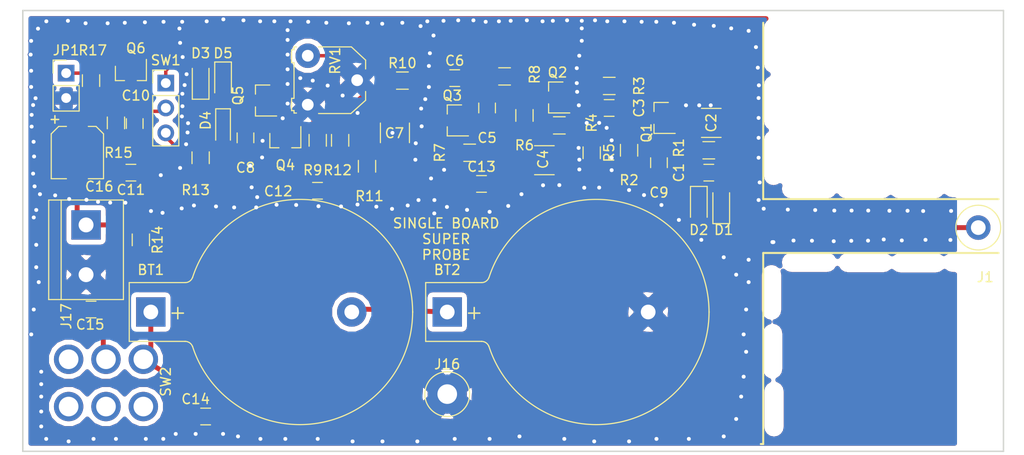
<source format=kicad_pcb>
(kicad_pcb (version 4) (host pcbnew 4.0.7)
  (layers (0 F.Cu signal) (31 B.Cu signal) (34 B.Paste user) (35 F.Paste user) (36 B.SilkS user) (37 F.SilkS user) (38 B.Mask user) (39 F.Mask user) (44 Edge.Cuts user))
  (net 0 "")
  (net 1 "Net-(BT1-Pad2)")
  (net 2 "Net-(BT1-Pad1)")
  (net 3 GND)
  (net 4 "Net-(C1-Pad1)")
  (net 5 "Net-(C1-Pad2)")
  (net 6 "Net-(C2-Pad1)")
  (net 7 "Net-(C3-Pad1)")
  (net 8 "Net-(C3-Pad2)")
  (net 9 "Net-(C4-Pad1)")
  (net 10 "Net-(C5-Pad1)")
  (net 11 "Net-(C5-Pad2)")
  (net 12 "Net-(C6-Pad1)")
  (net 13 "Net-(C6-Pad2)")
  (net 14 "Net-(C7-Pad1)")
  (net 15 "Net-(C8-Pad1)")
  (net 16 "Net-(C8-Pad2)")
  (net 17 "Net-(C10-Pad1)")
  (net 18 "Net-(C10-Pad2)")
  (net 19 "Net-(D4-Pad1)")
  (net 20 "Net-(D4-Pad2)")
  (net 21 +5V)
  (net 22 "Net-(JP1-Pad1)")
  (net 23 "Net-(R10-Pad2)")
  (net 24 "Net-(C16-Pad1)")
  (net 25 "Net-(C16-Pad2)")
  (module Battery_Holders:Keystone_103_1x20mm-CoinCell (layer F.Cu) (at 51.054 112.776)
    (fp_text reference BT1 (at 0 -4.3) (layer F.SilkS))
    (fp_text value Battery_Cell)
    (fp_text user + (at 2.75 0) (layer F.SilkS) (effects (font (size 1.5 1.5))))
    (pad 2 thru_hole circle (at 20.49 0) (size 3 3) (drill 1.5) (layers *.Cu *.Mask) (net 1 "Net-(BT1-Pad2)"))
    (pad 1 thru_hole rect (at 0 0) (size 3 3) (drill 1.5) (layers *.Cu *.Mask) (net 2 "Net-(BT1-Pad1)"))
  )
  (module SuperProbe:DPDTsmallswitch (layer F.Cu) (at 50.292 117.602 180)
    (fp_text reference SW2 (at -2.286 -2.286 270) (layer F.SilkS))
    (fp_text value SW_DPDT_x2)
    (pad 1 thru_hole circle (at 0 0 180) (size 3 3) (drill 2) (layers *.Cu *.Mask) (net 2 "Net-(BT1-Pad1)"))
    (pad 2 thru_hole circle (at 3.81 0 180) (size 3 3) (drill 2) (layers *.Cu *.Mask) (net 21 +5V))
    (pad 3 thru_hole circle (at 7.62 0 180) (size 3 3) (drill 2) (layers *.Cu *.Mask))
    (pad 4 thru_hole circle (at 0 -4.826 180) (size 3 3) (drill 2) (layers *.Cu *.Mask))
    (pad 5 thru_hole circle (at 3.81 -4.826 180) (size 3 3) (drill 2) (layers *.Cu *.Mask))
    (pad 6 thru_hole circle (at 7.62 -4.826 180) (size 3 3) (drill 2) (layers *.Cu *.Mask))
  )
  (module Battery_Holders:Keystone_103_1x20mm-CoinCell (layer F.Cu) (at 81.28 112.776)
    (fp_text reference BT2 (at 0 -4.3) (layer F.SilkS))
    (fp_text value Battery_Cell)
    (fp_text user + (at 2.75 0) (layer F.SilkS) (effects (font (size 1.5 1.5))))
    (pad 2 thru_hole circle (at 20.49 0) (size 3 3) (drill 1.5) (layers *.Cu *.Mask) (net 3 GND))
    (pad 1 thru_hole rect (at 0 0) (size 3 3) (drill 1.5) (layers *.Cu *.Mask) (net 1 "Net-(BT1-Pad2)"))
  )
  (module Capacitors_SMD:C_0805_HandSoldering (layer F.Cu) (at 107.95 98.552 180)
    (fp_text reference C1 (at 3.048 0 270) (layer F.SilkS))
    (fp_text value "10 nF")
    (pad 1 smd rect (at -1.25 0 180) (size 1.5 1.25) (layers F.Cu F.Paste F.Mask) (net 4 "Net-(C1-Pad1)"))
    (pad 2 smd rect (at 1.25 0 180) (size 1.5 1.25) (layers F.Cu F.Paste F.Mask) (net 5 "Net-(C1-Pad2)"))
  )
  (module Capacitors_SMD:C_1210_HandSoldering (layer F.Cu) (at 108.204 93.472 180)
    (fp_text reference C2 (at 0 0 270) (layer F.SilkS))
    (fp_text value "22 uF")
    (pad 1 smd rect (at -2 0 180) (size 2 2.5) (layers F.Cu F.Paste F.Mask) (net 6 "Net-(C2-Pad1)"))
    (pad 2 smd rect (at 2 0 180) (size 2 2.5) (layers F.Cu F.Paste F.Mask) (net 3 GND))
  )
  (module Capacitors_SMD:C_0805_HandSoldering (layer F.Cu) (at 97.79 91.948)
    (fp_text reference C3 (at 3.048 0 90) (layer F.SilkS))
    (fp_text value "10 nF")
    (pad 1 smd rect (at -1.25 0) (size 1.5 1.25) (layers F.Cu F.Paste F.Mask) (net 7 "Net-(C3-Pad1)"))
    (pad 2 smd rect (at 1.25 0) (size 1.5 1.25) (layers F.Cu F.Paste F.Mask) (net 8 "Net-(C3-Pad2)"))
  )
  (module Capacitors_SMD:C_1210_HandSoldering (layer F.Cu) (at 91.186 97.282)
    (fp_text reference C4 (at -0.136 -0.091 90) (layer F.SilkS))
    (fp_text value "22 uF")
    (pad 1 smd rect (at -2 0) (size 2 2.5) (layers F.Cu F.Paste F.Mask) (net 9 "Net-(C4-Pad1)"))
    (pad 2 smd rect (at 2 0) (size 2 2.5) (layers F.Cu F.Paste F.Mask) (net 3 GND))
  )
  (module Capacitors_SMD:C_0805_HandSoldering (layer F.Cu) (at 85.344 91.948 90)
    (fp_text reference C5 (at -3.048 0 180) (layer F.SilkS))
    (fp_text value "100 nF")
    (pad 1 smd rect (at -1.25 0 90) (size 1.5 1.25) (layers F.Cu F.Paste F.Mask) (net 10 "Net-(C5-Pad1)"))
    (pad 2 smd rect (at 1.25 0 90) (size 1.5 1.25) (layers F.Cu F.Paste F.Mask) (net 11 "Net-(C5-Pad2)"))
  )
  (module Capacitors_SMD:C_0805_HandSoldering (layer F.Cu) (at 82.042 88.9)
    (fp_text reference C6 (at 0 -1.778 180) (layer F.SilkS))
    (fp_text value "100 nF")
    (pad 1 smd rect (at -1.25 0) (size 1.5 1.25) (layers F.Cu F.Paste F.Mask) (net 12 "Net-(C6-Pad1)"))
    (pad 2 smd rect (at 1.25 0) (size 1.5 1.25) (layers F.Cu F.Paste F.Mask) (net 13 "Net-(C6-Pad2)"))
  )
  (module Capacitors_SMD:C_1210_HandSoldering (layer F.Cu) (at 75.946 94.488 90)
    (fp_text reference C7 (at -0.034 -0.054 180) (layer F.SilkS))
    (fp_text value "22 uF")
    (pad 1 smd rect (at -2 0 90) (size 2 2.5) (layers F.Cu F.Paste F.Mask) (net 14 "Net-(C7-Pad1)"))
    (pad 2 smd rect (at 2 0 90) (size 2 2.5) (layers F.Cu F.Paste F.Mask) (net 3 GND))
  )
  (module Capacitors_SMD:C_0805_HandSoldering (layer F.Cu) (at 60.706 94.996 270)
    (fp_text reference C8 (at 3.048 0 360) (layer F.SilkS))
    (fp_text value "360 pF")
    (pad 1 smd rect (at -1.25 0 270) (size 1.5 1.25) (layers F.Cu F.Paste F.Mask) (net 15 "Net-(C8-Pad1)"))
    (pad 2 smd rect (at 1.25 0 270) (size 1.5 1.25) (layers F.Cu F.Paste F.Mask) (net 16 "Net-(C8-Pad2)"))
  )
  (module Capacitors_SMD:C_0805_HandSoldering (layer F.Cu) (at 102.87 97.536 270)
    (fp_text reference C9 (at 3.048 0 360) (layer F.SilkS))
    (fp_text value "1 uF")
    (pad 1 smd rect (at -1.25 0 270) (size 1.5 1.25) (layers F.Cu F.Paste F.Mask) (net 3 GND))
    (pad 2 smd rect (at 1.25 0 270) (size 1.5 1.25) (layers F.Cu F.Paste F.Mask) (net 21 +5V))
  )
  (module Capacitors_SMD:C_0805_HandSoldering (layer F.Cu) (at 49.41 93.54 90)
    (fp_text reference C10 (at 2.862 0.12 360) (layer F.SilkS))
    (fp_text value "10 nF")
    (pad 1 smd rect (at -1.25 0 90) (size 1.5 1.25) (layers F.Cu F.Paste F.Mask) (net 17 "Net-(C10-Pad1)"))
    (pad 2 smd rect (at 1.25 0 90) (size 1.5 1.25) (layers F.Cu F.Paste F.Mask) (net 18 "Net-(C10-Pad2)"))
  )
  (module Diodes_SMD:D_SOD-323_HandSoldering (layer F.Cu) (at 109.22 101.854 90)
    (fp_text reference D1 (at -2.54 0.254 360) (layer F.SilkS))
    (fp_text value 1N4148WS)
    (pad 1 smd rect (at -1.25 0 90) (size 1 1) (layers F.Cu F.Paste F.Mask) (net 5 "Net-(C1-Pad2)"))
    (pad 2 smd rect (at 1.25 0 90) (size 1 1) (layers F.Cu F.Paste F.Mask) (net 3 GND))
  )
  (module Diodes_SMD:D_SOD-323_HandSoldering (layer F.Cu) (at 106.934 101.854 270)
    (fp_text reference D2 (at 2.54 0 540) (layer F.SilkS))
    (fp_text value 1N4148WS)
    (pad 1 smd rect (at -1.25 0 270) (size 1 1) (layers F.Cu F.Paste F.Mask) (net 3 GND))
    (pad 2 smd rect (at 1.25 0 270) (size 1 1) (layers F.Cu F.Paste F.Mask) (net 5 "Net-(C1-Pad2)"))
  )
  (module Diodes_SMD:D_SOD-323_HandSoldering (layer F.Cu) (at 56.134 89.154 90)
    (fp_text reference D3 (at 2.794 0 180) (layer F.SilkS))
    (fp_text value LRB751V)
    (pad 1 smd rect (at -1.25 0 90) (size 1 1) (layers F.Cu F.Paste F.Mask) (net 3 GND))
    (pad 2 smd rect (at 1.25 0 90) (size 1 1) (layers F.Cu F.Paste F.Mask) (net 15 "Net-(C8-Pad1)"))
  )
  (module LEDs:LED_0805_HandSoldering (layer F.Cu) (at 58.42 94.234 270)
    (fp_text reference D4 (at -1.016 1.778 270) (layer F.SilkS))
    (fp_text value LED)
    (pad 1 smd rect (at -1.35 0 270) (size 1.5 1.3) (layers F.Cu F.Paste F.Mask) (net 19 "Net-(D4-Pad1)"))
    (pad 2 smd rect (at 1.35 0 270) (size 1.5 1.3) (layers F.Cu F.Paste F.Mask) (net 20 "Net-(D4-Pad2)"))
  )
  (module Diodes_SMD:D_SOD-323_HandSoldering (layer F.Cu) (at 58.42 89.154 270)
    (fp_text reference D5 (at -2.794 0 540) (layer F.SilkS))
    (fp_text value LRB751V)
    (pad 1 smd rect (at -1.25 0 270) (size 1 1) (layers F.Cu F.Paste F.Mask) (net 15 "Net-(C8-Pad1)"))
    (pad 2 smd rect (at 1.25 0 270) (size 1 1) (layers F.Cu F.Paste F.Mask) (net 3 GND))
  )
  (module Pin_Headers:Pin_Header_Straight_1x02_Pitch2.54mm (layer F.Cu) (at 42.418 88.392)
    (fp_text reference JP1 (at 0 -2.33) (layer F.SilkS))
    (fp_text value Jumper_NO_Small)
    (pad 1 thru_hole rect (at 0 0) (size 1.7 1.7) (drill 1) (layers *.Cu *.Mask) (net 22 "Net-(JP1-Pad1)"))
    (pad 2 thru_hole oval (at 0 2.54) (size 1.7 1.7) (drill 1) (layers *.Cu *.Mask) (net 3 GND))
  )
  (module TO_SOT_Packages_SMD:SOT-23 (layer F.Cu) (at 103.124 92.964 180)
    (fp_text reference Q1 (at 1.524 -1.524 270) (layer F.SilkS))
    (fp_text value MMBT3904)
    (pad 1 smd rect (at -1 -0.95 180) (size 0.9 0.8) (layers F.Cu F.Paste F.Mask) (net 4 "Net-(C1-Pad1)"))
    (pad 2 smd rect (at -1 0.95 180) (size 0.9 0.8) (layers F.Cu F.Paste F.Mask) (net 3 GND))
    (pad 3 smd rect (at 1 0 180) (size 0.9 0.8) (layers F.Cu F.Paste F.Mask) (net 8 "Net-(C3-Pad2)"))
  )
  (module TO_SOT_Packages_SMD:SOT-23 (layer F.Cu) (at 92.375 90.875 180)
    (fp_text reference Q2 (at -0.15 2.55 360) (layer F.SilkS))
    (fp_text value MMBT3904)
    (pad 1 smd rect (at -1 -0.95 180) (size 0.9 0.8) (layers F.Cu F.Paste F.Mask) (net 7 "Net-(C3-Pad1)"))
    (pad 2 smd rect (at -1 0.95 180) (size 0.9 0.8) (layers F.Cu F.Paste F.Mask) (net 3 GND))
    (pad 3 smd rect (at 1 0 180) (size 0.9 0.8) (layers F.Cu F.Paste F.Mask) (net 11 "Net-(C5-Pad2)"))
  )
  (module TO_SOT_Packages_SMD:SOT-23 (layer F.Cu) (at 82.042 93.218 180)
    (fp_text reference Q3 (at 0.254 2.54 360) (layer F.SilkS))
    (fp_text value MMBT3904)
    (pad 1 smd rect (at -1 -0.95 180) (size 0.9 0.8) (layers F.Cu F.Paste F.Mask) (net 10 "Net-(C5-Pad1)"))
    (pad 2 smd rect (at -1 0.95 180) (size 0.9 0.8) (layers F.Cu F.Paste F.Mask) (net 13 "Net-(C6-Pad2)"))
    (pad 3 smd rect (at 1 0 180) (size 0.9 0.8) (layers F.Cu F.Paste F.Mask) (net 21 +5V))
  )
  (module TO_SOT_Packages_SMD:SOT-23 (layer F.Cu) (at 64.77 95.25 270)
    (fp_text reference Q4 (at 2.54 0 360) (layer F.SilkS))
    (fp_text value MMBT3904)
    (pad 1 smd rect (at -1 -0.95 270) (size 0.9 0.8) (layers F.Cu F.Paste F.Mask) (net 12 "Net-(C6-Pad1)"))
    (pad 2 smd rect (at -1 0.95 270) (size 0.9 0.8) (layers F.Cu F.Paste F.Mask) (net 3 GND))
    (pad 3 smd rect (at 1 0 270) (size 0.9 0.8) (layers F.Cu F.Paste F.Mask) (net 16 "Net-(C8-Pad2)"))
  )
  (module TO_SOT_Packages_SMD:SOT-23 (layer F.Cu) (at 62.484 91.186 180)
    (fp_text reference Q5 (at 2.54 0.508 270) (layer F.SilkS))
    (fp_text value MMBT3904)
    (pad 1 smd rect (at -1 -0.95 180) (size 0.9 0.8) (layers F.Cu F.Paste F.Mask) (net 15 "Net-(C8-Pad1)"))
    (pad 2 smd rect (at -1 0.95 180) (size 0.9 0.8) (layers F.Cu F.Paste F.Mask) (net 3 GND))
    (pad 3 smd rect (at 1 0 180) (size 0.9 0.8) (layers F.Cu F.Paste F.Mask) (net 19 "Net-(D4-Pad1)"))
  )
  (module TO_SOT_Packages_SMD:SOT-23 (layer F.Cu) (at 49.022 88.392 270)
    (fp_text reference Q6 (at -2.54 -0.508 360) (layer F.SilkS))
    (fp_text value MMBT3904)
    (pad 1 smd rect (at -1 -0.95 270) (size 0.9 0.8) (layers F.Cu F.Paste F.Mask) (net 17 "Net-(C10-Pad1)"))
    (pad 2 smd rect (at -1 0.95 270) (size 0.9 0.8) (layers F.Cu F.Paste F.Mask) (net 24 "Net-(C16-Pad1)"))
    (pad 3 smd rect (at 1 0 270) (size 0.9 0.8) (layers F.Cu F.Paste F.Mask) (net 21 +5V))
  )
  (module Resistors_SMD:R_0805_HandSoldering (layer F.Cu) (at 107.95 96.266 180)
    (fp_text reference R1 (at 3.048 0.254 270) (layer F.SilkS))
    (fp_text value 3M3)
    (pad 1 smd rect (at -1.35 0 180) (size 1.5 1.3) (layers F.Cu F.Paste F.Mask) (net 6 "Net-(C2-Pad1)"))
    (pad 2 smd rect (at 1.35 0 180) (size 1.5 1.3) (layers F.Cu F.Paste F.Mask) (net 4 "Net-(C1-Pad1)"))
  )
  (module Resistors_SMD:R_0805_HandSoldering (layer F.Cu) (at 99.822 96.266 90)
    (fp_text reference R2 (at -3.048 0 180) (layer F.SilkS))
    (fp_text value 1k)
    (pad 1 smd rect (at -1.35 0 90) (size 1.5 1.3) (layers F.Cu F.Paste F.Mask) (net 21 +5V))
    (pad 2 smd rect (at 1.35 0 90) (size 1.5 1.3) (layers F.Cu F.Paste F.Mask) (net 6 "Net-(C2-Pad1)"))
  )
  (module Resistors_SMD:R_0805_HandSoldering (layer F.Cu) (at 97.8 89.7)
    (fp_text reference R3 (at 3.048 0 90) (layer F.SilkS))
    (fp_text value 15k)
    (pad 1 smd rect (at -1.35 0) (size 1.5 1.3) (layers F.Cu F.Paste F.Mask) (net 6 "Net-(C2-Pad1)"))
    (pad 2 smd rect (at 1.35 0) (size 1.5 1.3) (layers F.Cu F.Paste F.Mask) (net 8 "Net-(C3-Pad2)"))
  )
  (module Resistors_SMD:R_0805_HandSoldering (layer F.Cu) (at 92.71 93.726)
    (fp_text reference R4 (at 3.302 -0.254 90) (layer F.SilkS))
    (fp_text value 3M3)
    (pad 1 smd rect (at -1.35 0) (size 1.5 1.3) (layers F.Cu F.Paste F.Mask) (net 9 "Net-(C4-Pad1)"))
    (pad 2 smd rect (at 1.35 0) (size 1.5 1.3) (layers F.Cu F.Paste F.Mask) (net 7 "Net-(C3-Pad1)"))
  )
  (module Resistors_SMD:R_0805_HandSoldering (layer F.Cu) (at 96.012 96.52 90)
    (fp_text reference R5 (at 0 1.778 270) (layer F.SilkS))
    (fp_text value 1k)
    (pad 1 smd rect (at -1.35 0 90) (size 1.5 1.3) (layers F.Cu F.Paste F.Mask) (net 21 +5V))
    (pad 2 smd rect (at 1.35 0 90) (size 1.5 1.3) (layers F.Cu F.Paste F.Mask) (net 9 "Net-(C4-Pad1)"))
  )
  (module Resistors_SMD:R_0805_HandSoldering (layer F.Cu) (at 89.154 92.71 90)
    (fp_text reference R6 (at -3.048 0 180) (layer F.SilkS))
    (fp_text value 15k)
    (pad 1 smd rect (at -1.35 0 90) (size 1.5 1.3) (layers F.Cu F.Paste F.Mask) (net 9 "Net-(C4-Pad1)"))
    (pad 2 smd rect (at 1.35 0 90) (size 1.5 1.3) (layers F.Cu F.Paste F.Mask) (net 11 "Net-(C5-Pad2)"))
  )
  (module Resistors_SMD:R_0805_HandSoldering (layer F.Cu) (at 83.566 96.52)
    (fp_text reference R7 (at -3.048 0 90) (layer F.SilkS))
    (fp_text value 3M3)
    (pad 1 smd rect (at -1.35 0) (size 1.5 1.3) (layers F.Cu F.Paste F.Mask) (net 21 +5V))
    (pad 2 smd rect (at 1.35 0) (size 1.5 1.3) (layers F.Cu F.Paste F.Mask) (net 10 "Net-(C5-Pad1)"))
  )
  (module Resistors_SMD:R_0805_HandSoldering (layer F.Cu) (at 87.125 88.725)
    (fp_text reference R8 (at 3.075 -0.2 270) (layer F.SilkS))
    (fp_text value 2k7)
    (pad 1 smd rect (at -1.35 0) (size 1.5 1.3) (layers F.Cu F.Paste F.Mask) (net 13 "Net-(C6-Pad2)"))
    (pad 2 smd rect (at 1.35 0) (size 1.5 1.3) (layers F.Cu F.Paste F.Mask) (net 3 GND))
  )
  (module Resistors_SMD:R_0805_HandSoldering (layer F.Cu) (at 68.072 95.25 90)
    (fp_text reference R9 (at -3.048 -0.508 180) (layer F.SilkS))
    (fp_text value 3M3)
    (pad 1 smd rect (at -1.35 0 90) (size 1.5 1.3) (layers F.Cu F.Paste F.Mask) (net 14 "Net-(C7-Pad1)"))
    (pad 2 smd rect (at 1.35 0 90) (size 1.5 1.3) (layers F.Cu F.Paste F.Mask) (net 12 "Net-(C6-Pad1)"))
  )
  (module Resistors_SMD:R_0805_HandSoldering (layer F.Cu) (at 76.708 89.154 180)
    (fp_text reference R10 (at 0 1.778 180) (layer F.SilkS))
    (fp_text value 330k)
    (pad 1 smd rect (at -1.35 0 180) (size 1.5 1.3) (layers F.Cu F.Paste F.Mask) (net 12 "Net-(C6-Pad1)"))
    (pad 2 smd rect (at 1.35 0 180) (size 1.5 1.3) (layers F.Cu F.Paste F.Mask) (net 23 "Net-(R10-Pad2)"))
  )
  (module Resistors_SMD:R_0805_HandSoldering (layer F.Cu) (at 73.1 97.9 90)
    (fp_text reference R11 (at -3.048 0.254 360) (layer F.SilkS))
    (fp_text value 1k)
    (pad 1 smd rect (at -1.35 0 90) (size 1.5 1.3) (layers F.Cu F.Paste F.Mask) (net 21 +5V))
    (pad 2 smd rect (at 1.35 0 90) (size 1.5 1.3) (layers F.Cu F.Paste F.Mask) (net 14 "Net-(C7-Pad1)"))
  )
  (module Resistors_SMD:R_0805_HandSoldering (layer F.Cu) (at 70.358 95.25 270)
    (fp_text reference R12 (at 3.048 0.254 540) (layer F.SilkS))
    (fp_text value 15k)
    (pad 1 smd rect (at -1.35 0 270) (size 1.5 1.3) (layers F.Cu F.Paste F.Mask) (net 14 "Net-(C7-Pad1)"))
    (pad 2 smd rect (at 1.35 0 270) (size 1.5 1.3) (layers F.Cu F.Paste F.Mask) (net 16 "Net-(C8-Pad2)"))
  )
  (module Resistors_SMD:R_0805_HandSoldering (layer F.Cu) (at 56.134 97.028 90)
    (fp_text reference R13 (at -3.302 -0.508 180) (layer F.SilkS))
    (fp_text value 1k)
    (pad 1 smd rect (at -1.35 0 90) (size 1.5 1.3) (layers F.Cu F.Paste F.Mask) (net 21 +5V))
    (pad 2 smd rect (at 1.35 0 90) (size 1.5 1.3) (layers F.Cu F.Paste F.Mask) (net 20 "Net-(D4-Pad2)"))
  )
  (module Resistors_SMD:R_0805_HandSoldering (layer F.Cu) (at 47.498 93.472 90)
    (fp_text reference R15 (at -3.048 0.254 360) (layer F.SilkS))
    (fp_text value 3M3)
    (pad 1 smd rect (at -1.35 0 90) (size 1.5 1.3) (layers F.Cu F.Paste F.Mask) (net 21 +5V))
    (pad 2 smd rect (at 1.35 0 90) (size 1.5 1.3) (layers F.Cu F.Paste F.Mask) (net 17 "Net-(C10-Pad1)"))
  )
  (module Resistors_SMD:R_0805_HandSoldering (layer F.Cu) (at 44.958 89.154 90)
    (fp_text reference R17 (at 3.09 0.17 180) (layer F.SilkS))
    (fp_text value 10k)
    (pad 1 smd rect (at -1.35 0 90) (size 1.5 1.3) (layers F.Cu F.Paste F.Mask) (net 24 "Net-(C16-Pad1)"))
    (pad 2 smd rect (at 1.35 0 90) (size 1.5 1.3) (layers F.Cu F.Paste F.Mask) (net 22 "Net-(JP1-Pad1)"))
  )
  (module Potentiometers:Potentiometer_Triwood_RM-065 (layer F.Cu) (at 67.056 86.614 270)
    (fp_text reference RV1 (at 0.508 -2.794 450) (layer F.SilkS))
    (fp_text value 100k)
    (pad 2 thru_hole circle (at 2.5 -5.04 270) (size 2.5 2.5) (drill 1.2) (layers *.Cu *.Mask) (net 3 GND))
    (pad 3 thru_hole circle (at 5 0 270) (size 2.5 2.5) (drill 1.2) (layers *.Cu *.Mask) (net 3 GND))
    (pad 1 thru_hole circle (at 0 0 270) (size 2.5 2.5) (drill 1.2) (layers *.Cu *.Mask) (net 23 "Net-(R10-Pad2)"))
  )
  (module Pin_Headers:Pin_Header_Straight_1x03_Pitch2.54mm (layer F.Cu) (at 52.578 89.408)
    (fp_text reference SW1 (at 0 -2.33) (layer F.SilkS))
    (fp_text value SW_SPDT)
    (pad 1 thru_hole rect (at 0 0) (size 1.7 1.7) (drill 1) (layers *.Cu *.Mask) (net 15 "Net-(C8-Pad1)"))
    (pad 2 thru_hole oval (at 0 2.54) (size 1.7 1.7) (drill 1) (layers *.Cu *.Mask) (net 18 "Net-(C10-Pad2)"))
    (pad 3 thru_hole oval (at 0 5.08) (size 1.7 1.7) (drill 1) (layers *.Cu *.Mask) (net 13 "Net-(C6-Pad2)"))
  )
  (module Capacitors_SMD:C_0805_HandSoldering (layer F.Cu) (at 49.022 98.552 180)
    (fp_text reference C11 (at 0 -1.75 180) (layer F.SilkS))
    (fp_text value "1 uF")
    (pad 1 smd rect (at -1.25 0 180) (size 1.5 1.25) (layers F.Cu F.Paste F.Mask) (net 3 GND))
    (pad 2 smd rect (at 1.25 0 180) (size 1.5 1.25) (layers F.Cu F.Paste F.Mask) (net 21 +5V))
  )
  (module Capacitors_SMD:C_0805_HandSoldering (layer F.Cu) (at 68.05 100.4 180)
    (fp_text reference C12 (at 4 -0.05 180) (layer F.SilkS))
    (fp_text value "1 uF")
    (pad 1 smd rect (at -1.25 0 180) (size 1.5 1.25) (layers F.Cu F.Paste F.Mask) (net 3 GND))
    (pad 2 smd rect (at 1.25 0 180) (size 1.5 1.25) (layers F.Cu F.Paste F.Mask) (net 21 +5V))
  )
  (module Capacitors_SMD:C_0805_HandSoldering (layer F.Cu) (at 84.775 99.7)
    (fp_text reference C13 (at 0 -1.75) (layer F.SilkS))
    (fp_text value "1 uF")
    (pad 1 smd rect (at -1.25 0) (size 1.5 1.25) (layers F.Cu F.Paste F.Mask) (net 3 GND))
    (pad 2 smd rect (at 1.25 0) (size 1.5 1.25) (layers F.Cu F.Paste F.Mask) (net 21 +5V))
  )
  (module Connectors:1pin (layer F.Cu) (at 135.43 104.16)
    (fp_text reference J1 (at 0.714 5.06 180) (layer F.SilkS))
    (fp_text value Conn_01x01)
    (pad 1 thru_hole circle (at 0 0) (size 2.5 2.5) (drill 1.5) (layers *.Cu *.Mask) (net 5 "Net-(C1-Pad2)"))
  )
  (module SuperProbe:BigSlot (layer F.Cu) (at 134.62 100.076)
    (fp_text reference J2 hide)
    (fp_text value Conn_01x01)
    (pad "" np_thru_hole oval (at 0 0) (size 4.5 1) (drill oval 4.5 1) (layers *.Cu *.Mask))
  )
  (module SuperProbe:BigSlot (layer F.Cu) (at 129.2 100.2)
    (fp_text reference J3 hide)
    (fp_text value Conn_01x01)
    (pad "" np_thru_hole oval (at 0 0) (size 4.5 1) (drill oval 4.5 1) (layers *.Cu *.Mask))
  )
  (module SuperProbe:BigSlot (layer F.Cu) (at 123.8 100.2)
    (fp_text reference J4 hide)
    (fp_text value Conn_01x01)
    (pad "" np_thru_hole oval (at 0 0) (size 4.5 1) (drill oval 4.5 1) (layers *.Cu *.Mask))
  )
  (module SuperProbe:BigSlot (layer F.Cu) (at 118.2 100.2)
    (fp_text reference J5 hide)
    (fp_text value Conn_01x01)
    (pad "" np_thru_hole oval (at 0 0) (size 4.5 1) (drill oval 4.5 1) (layers *.Cu *.Mask))
  )
  (module SuperProbe:BigSlot (layer F.Cu) (at 114.554 97.028 90)
    (fp_text reference J6 hide)
    (fp_text value Conn_01x01)
    (pad "" np_thru_hole oval (at 0 0 90) (size 4.5 1) (drill oval 4.5 1) (layers *.Cu *.Mask))
  )
  (module SuperProbe:BigSlot (layer F.Cu) (at 114.554 91.44 90)
    (fp_text reference J7 hide)
    (fp_text value Conn_01x01)
    (pad "" np_thru_hole oval (at 0 0 90) (size 4.5 1) (drill oval 4.5 1) (layers *.Cu *.Mask))
  )
  (module SuperProbe:BigSlot (layer F.Cu) (at 114.554 85.598 90)
    (fp_text reference J8 hide)
    (fp_text value Conn_01x01)
    (pad "" np_thru_hole oval (at 0 0 90) (size 4.5 1) (drill oval 4.5 1) (layers *.Cu *.Mask))
  )
  (module SuperProbe:BigSlot (layer F.Cu) (at 114.35 110.775 90)
    (fp_text reference J9 hide)
    (fp_text value Conn_01x01)
    (pad "" np_thru_hole oval (at 0 0 90) (size 4.5 1) (drill oval 4.5 1) (layers *.Cu *.Mask))
  )
  (module SuperProbe:BigSlot (layer F.Cu) (at 118.2 107.7)
    (fp_text reference J10 hide)
    (fp_text value Conn_01x01)
    (pad "" np_thru_hole oval (at 0 0) (size 4.5 1) (drill oval 4.5 1) (layers *.Cu *.Mask))
  )
  (module SuperProbe:BigSlot (layer F.Cu) (at 123.95 107.725)
    (fp_text reference J11 hide)
    (fp_text value Conn_01x01)
    (pad "" np_thru_hole oval (at 0 0) (size 4.5 1) (drill oval 4.5 1) (layers *.Cu *.Mask))
  )
  (module SuperProbe:BigSlot (layer F.Cu) (at 129.3 107.75)
    (fp_text reference J12 hide)
    (fp_text value Conn_01x01)
    (pad "" np_thru_hole oval (at 0 0) (size 4.5 1) (drill oval 4.5 1) (layers *.Cu *.Mask))
  )
  (module SuperProbe:BigSlot (layer F.Cu) (at 134.62 107.696)
    (fp_text reference J13 hide)
    (fp_text value Conn_01x01)
    (pad "" np_thru_hole oval (at 0 0) (size 4.5 1) (drill oval 4.5 1) (layers *.Cu *.Mask))
  )
  (module SuperProbe:BigSlot (layer F.Cu) (at 114.46 116.78 90)
    (fp_text reference J14 hide)
    (fp_text value Conn_01x01)
    (pad "" np_thru_hole oval (at 0 0 90) (size 4.5 1) (drill oval 4.5 1) (layers *.Cu *.Mask))
  )
  (module SuperProbe:BigSlot (layer F.Cu) (at 114.6 122.69 90)
    (fp_text reference J15 hide)
    (fp_text value Conn_01x01)
    (pad "" np_thru_hole oval (at 0 0 90) (size 4.5 1) (drill oval 4.5 1) (layers *.Cu *.Mask))
  )
  (module Connectors:1pin (layer F.Cu) (at 81.28 121.158)
    (fp_text reference J16 (at 0 -3.048) (layer F.SilkS))
    (fp_text value Conn_01x01)
    (pad 1 thru_hole circle (at 0 0) (size 4 4) (drill 2) (layers *.Cu *.Mask) (net 3 GND))
  )
  (module Capacitors_SMD:C_0805_HandSoldering (layer F.Cu) (at 56.642 123.444 180)
    (fp_text reference C14 (at 1.016 1.778 180) (layer F.SilkS))
    (fp_text value "100 nF")
    (pad 1 smd rect (at -1.25 0 180) (size 1.5 1.25) (layers F.Cu F.Paste F.Mask) (net 3 GND))
    (pad 2 smd rect (at 1.25 0 180) (size 1.5 1.25) (layers F.Cu F.Paste F.Mask) (net 2 "Net-(BT1-Pad1)"))
  )
  (module Capacitors_SMD:C_0805_HandSoldering (layer F.Cu) (at 44.958 112.522)
    (fp_text reference C15 (at -0.09 1.54 180) (layer F.SilkS))
    (fp_text value "100 nF")
    (pad 1 smd rect (at -1.25 0) (size 1.5 1.25) (layers F.Cu F.Paste F.Mask) (net 3 GND))
    (pad 2 smd rect (at 1.25 0) (size 1.5 1.25) (layers F.Cu F.Paste F.Mask) (net 21 +5V))
  )
  (module Connectors_Terminal_Blocks:TerminalBlock_bornier-2_P5.08mm (layer F.Cu) (at 44.45 103.886 270)
    (fp_text reference J17 (at 9.33 2.02 450) (layer F.SilkS))
    (fp_text value Conn_01x02)
    (pad 1 thru_hole rect (at 0 0 270) (size 3 3) (drill 1.52) (layers *.Cu *.Mask) (net 25 "Net-(C16-Pad2)"))
    (pad 2 thru_hole circle (at 5.08 0 270) (size 3 3) (drill 1.52) (layers *.Cu *.Mask) (net 3 GND))
  )
  (module Capacitors_SMD:CP_Elec_5x5.3 (layer F.Cu) (at 43.54 96.5 270)
    (fp_text reference C16 (at 3.47 -2.26 360) (layer F.SilkS))
    (fp_text value "100 uF")
    (fp_text user + (at -3.38 2.34 270) (layer F.SilkS))
    (pad 1 smd rect (at -2.2 0 90) (size 3 1.6) (layers F.Cu F.Paste F.Mask) (net 24 "Net-(C16-Pad1)"))
    (pad 2 smd rect (at 2.2 0 90) (size 3 1.6) (layers F.Cu F.Paste F.Mask) (net 25 "Net-(C16-Pad2)"))
  )
  (module Resistors_SMD:R_0805_HandSoldering (layer F.Cu) (at 50.038 105.41 270)
    (fp_text reference R14 (at 0 -1.7 270) (layer F.SilkS))
    (fp_text value 10k)
    (pad 1 smd rect (at -1.35 0 270) (size 1.5 1.3) (layers F.Cu F.Paste F.Mask) (net 25 "Net-(C16-Pad2)"))
    (pad 2 smd rect (at 1.35 0 270) (size 1.5 1.3) (layers F.Cu F.Paste F.Mask) (net 3 GND))
  )
  (gr_text "SINGLE BOARD\nSUPER\nPROBE" (at 81.17 105.33) (layer F.SilkS) (effects (font (size 1 1))))
  (gr_line (start 113.5 126.25) (end 113.25 126.25) (angle 90) (layer F.SilkS) (width 0.2))
  (gr_line (start 113.5 106.75) (end 113.5 126.25) (angle 90) (layer F.SilkS) (width 0.2))
  (gr_line (start 137.5 106.75) (end 113.5 106.75) (angle 90) (layer F.SilkS) (width 0.2))
  (gr_line (start 113.5 101.25) (end 113.5 83.25) (angle 90) (layer F.SilkS) (width 0.2))
  (gr_line (start 137.5 101.25) (end 113.5 101.25) (angle 90) (layer F.SilkS) (width 0.2))
  (gr_line (start 38 127) (end 38 82) (angle 90) (layer Edge.Cuts) (width 0.15))
  (gr_line (start 138 127) (end 38 127) (angle 90) (layer Edge.Cuts) (width 0.15))
  (gr_line (start 138 82) (end 138 127) (angle 90) (layer Edge.Cuts) (width 0.15))
  (gr_line (start 38 82) (end 138 82) (angle 90) (layer Edge.Cuts) (width 0.15))
  (segment (start 81.28 112.776) (end 71.868 112.452) (width 0.5) (layer F.Cu) (net 1))
  (segment (start 71.868 112.452) (end 71.544 112.776) (width 0.5) (layer F.Cu) (net 1))
  (segment (start 51.054 112.776) (end 51.054 116.84) (width 0.5) (layer F.Cu) (net 2))
  (segment (start 51.054 116.84) (end 50.292 117.602) (width 0.5) (layer F.Cu) (net 2))
  (segment (start 50.374 113.456) (end 51.054 112.776) (width 0.5) (layer F.Cu) (net 2))
  (segment (start 50.292 117.602) (end 53.71 119.75) (width 0.5) (layer F.Cu) (net 2))
  (segment (start 55.392 121.432) (end 55.392 123.444) (width 0.5) (layer F.Cu) (net 2))
  (segment (start 53.71 119.75) (end 55.392 121.432) (width 0.5) (layer F.Cu) (net 2))
  (segment (start 50.837 117.057) (end 50.292 117.602) (width 0.5) (layer F.Cu) (net 2))
  (segment (start 39.878 118.872) (end 39.878 120.142) (width 0.35) (layer F.Cu) (net 3))
  (via (at 39.878 120.142) (size 0.6) (drill 0.4) (layers F.Cu B.Cu) (net 3))
  (segment (start 39.878 120.142) (end 39.878 121.412) (width 0.35) (layer B.Cu) (net 3))
  (via (at 39.878 121.412) (size 0.6) (drill 0.4) (layers F.Cu B.Cu) (net 3))
  (segment (start 39.878 121.412) (end 39.878 122.936) (width 0.35) (layer F.Cu) (net 3))
  (via (at 39.878 122.936) (size 0.6) (drill 0.4) (layers F.Cu B.Cu) (net 3))
  (segment (start 39.878 122.936) (end 39.878 124.46) (width 0.35) (layer B.Cu) (net 3))
  (via (at 39.878 124.46) (size 0.6) (drill 0.4) (layers F.Cu B.Cu) (net 3))
  (segment (start 39.878 124.46) (end 40.386 124.968) (width 0.35) (layer F.Cu) (net 3))
  (segment (start 40.386 124.968) (end 40.386 125.73) (width 0.35) (layer F.Cu) (net 3))
  (via (at 40.386 125.73) (size 0.6) (drill 0.4) (layers F.Cu B.Cu) (net 3))
  (segment (start 40.386 125.73) (end 40.64 125.984) (width 0.35) (layer B.Cu) (net 3))
  (segment (start 40.64 125.984) (end 42.672 125.984) (width 0.35) (layer B.Cu) (net 3))
  (via (at 42.672 125.984) (size 0.6) (drill 0.4) (layers F.Cu B.Cu) (net 3))
  (segment (start 42.672 125.984) (end 42.926 125.73) (width 0.35) (layer F.Cu) (net 3))
  (segment (start 42.926 125.73) (end 45.212 125.73) (width 0.35) (layer F.Cu) (net 3))
  (via (at 45.212 125.73) (size 0.6) (drill 0.4) (layers F.Cu B.Cu) (net 3))
  (segment (start 45.212 125.73) (end 47.498 125.73) (width 0.35) (layer B.Cu) (net 3))
  (via (at 47.498 125.73) (size 0.6) (drill 0.4) (layers F.Cu B.Cu) (net 3))
  (segment (start 47.498 125.73) (end 50.546 125.73) (width 0.35) (layer F.Cu) (net 3))
  (via (at 50.546 125.73) (size 0.6) (drill 0.4) (layers F.Cu B.Cu) (net 3))
  (segment (start 50.546 125.73) (end 52.324 125.73) (width 0.35) (layer B.Cu) (net 3))
  (via (at 52.324 125.73) (size 0.6) (drill 0.4) (layers F.Cu B.Cu) (net 3))
  (segment (start 52.324 125.73) (end 52.832 125.222) (width 0.35) (layer F.Cu) (net 3))
  (segment (start 52.832 125.222) (end 53.594 125.222) (width 0.35) (layer F.Cu) (net 3))
  (segment (start 78.07 95.55) (end 78.07 94.42) (width 0.35) (layer B.Cu) (net 3))
  (segment (start 78.07 94.42) (end 78.67 93.82) (width 0.35) (layer B.Cu) (net 3))
  (via (at 78.67 93.82) (size 0.6) (drill 0.4) (layers F.Cu B.Cu) (net 3))
  (segment (start 78.67 93.82) (end 78.62 93.77) (width 0.35) (layer F.Cu) (net 3))
  (segment (start 78.62 93.77) (end 78.62 92.01) (width 0.35) (layer F.Cu) (net 3))
  (via (at 78.62 92.01) (size 0.6) (drill 0.4) (layers F.Cu B.Cu) (net 3))
  (segment (start 78.62 92.01) (end 79.04 91.59) (width 0.35) (layer B.Cu) (net 3))
  (segment (start 79.04 91.59) (end 79.04 91.05) (width 0.35) (layer B.Cu) (net 3))
  (via (at 79.04 91.05) (size 0.6) (drill 0.4) (layers F.Cu B.Cu) (net 3))
  (segment (start 79.04 91.05) (end 79.41 90.68) (width 0.35) (layer F.Cu) (net 3))
  (segment (start 79.41 90.68) (end 79.41 89.81) (width 0.35) (layer F.Cu) (net 3))
  (via (at 79.41 89.81) (size 0.6) (drill 0.4) (layers F.Cu B.Cu) (net 3))
  (segment (start 79.41 89.81) (end 79.41 87.66) (width 0.35) (layer B.Cu) (net 3))
  (via (at 79.41 87.66) (size 0.6) (drill 0.4) (layers F.Cu B.Cu) (net 3))
  (segment (start 79.41 87.66) (end 79.51 87.56) (width 0.35) (layer F.Cu) (net 3))
  (segment (start 79.51 87.56) (end 79.51 86.36) (width 0.35) (layer F.Cu) (net 3))
  (via (at 79.51 86.36) (size 0.6) (drill 0.4) (layers F.Cu B.Cu) (net 3))
  (segment (start 79.51 86.36) (end 79.88 85.99) (width 0.35) (layer B.Cu) (net 3))
  (segment (start 79.88 85.99) (end 79.88 84.55) (width 0.35) (layer B.Cu) (net 3))
  (via (at 79.88 84.55) (size 0.6) (drill 0.4) (layers F.Cu B.Cu) (net 3))
  (segment (start 79.88 84.55) (end 80.9 83.53) (width 0.35) (layer F.Cu) (net 3))
  (segment (start 80.9 83.53) (end 80.9 83.05) (width 0.35) (layer F.Cu) (net 3))
  (segment (start 108.15 91.675) (end 108.001 91.675) (width 0.35) (layer F.Cu) (net 3))
  (segment (start 108.001 91.675) (end 106.204 93.472) (width 0.35) (layer F.Cu) (net 3))
  (segment (start 106.204 93.472) (end 106.204 92.254) (width 0.35) (layer F.Cu) (net 3))
  (segment (start 106.204 92.254) (end 105.625 91.675) (width 0.35) (layer F.Cu) (net 3))
  (via (at 105.625 91.675) (size 0.6) (drill 0.4) (layers F.Cu B.Cu) (net 3))
  (segment (start 105.625 91.675) (end 106.975 91.675) (width 0.35) (layer B.Cu) (net 3))
  (via (at 106.975 91.675) (size 0.6) (drill 0.4) (layers F.Cu B.Cu) (net 3))
  (segment (start 106.975 91.675) (end 108.15 91.675) (width 0.35) (layer F.Cu) (net 3))
  (via (at 108.15 91.675) (size 0.6) (drill 0.4) (layers F.Cu B.Cu) (net 3))
  (segment (start 94.75 98.225) (end 94.129 98.225) (width 0.35) (layer F.Cu) (net 3))
  (segment (start 94.129 98.225) (end 93.186 97.282) (width 0.35) (layer F.Cu) (net 3))
  (segment (start 93.186 97.282) (end 93.418 97.282) (width 0.35) (layer F.Cu) (net 3))
  (segment (start 93.418 97.282) (end 94.675 96.025) (width 0.35) (layer F.Cu) (net 3))
  (segment (start 95.25 98.725) (end 95.25 100.092) (width 0.35) (layer B.Cu) (net 3))
  (segment (start 94.75 98.225) (end 95.25 98.725) (width 0.35) (layer B.Cu) (net 3))
  (via (at 94.75 98.225) (size 0.6) (drill 0.4) (layers F.Cu B.Cu) (net 3))
  (segment (start 94.75 97.225) (end 94.75 98.225) (width 0.35) (layer F.Cu) (net 3))
  (via (at 94.75 97.225) (size 0.6) (drill 0.4) (layers F.Cu B.Cu) (net 3))
  (segment (start 94.75 96.1) (end 94.75 97.225) (width 0.35) (layer B.Cu) (net 3))
  (segment (start 94.675 96.025) (end 94.75 96.1) (width 0.35) (layer B.Cu) (net 3))
  (via (at 94.675 96.025) (size 0.6) (drill 0.4) (layers F.Cu B.Cu) (net 3))
  (segment (start 96.774 100.076) (end 96.774 99.568) (width 0.35) (layer B.Cu) (net 3))
  (segment (start 95 83.816) (end 95 83.05) (width 0.35) (layer F.Cu) (net 3))
  (segment (start 94.996 83.82) (end 95 83.816) (width 0.35) (layer F.Cu) (net 3))
  (via (at 94.996 83.82) (size 0.6) (drill 0.4) (layers F.Cu B.Cu) (net 3))
  (segment (start 94.996 84.328) (end 94.996 83.82) (width 0.35) (layer B.Cu) (net 3))
  (segment (start 94.996 85.09) (end 94.996 84.328) (width 0.35) (layer B.Cu) (net 3))
  (via (at 94.996 85.09) (size 0.6) (drill 0.4) (layers F.Cu B.Cu) (net 3))
  (segment (start 94.996 86.36) (end 94.996 85.09) (width 0.35) (layer F.Cu) (net 3))
  (segment (start 94.742 86.614) (end 94.996 86.36) (width 0.35) (layer F.Cu) (net 3))
  (via (at 94.742 86.614) (size 0.6) (drill 0.4) (layers F.Cu B.Cu) (net 3))
  (segment (start 94.742 87.63) (end 94.742 86.614) (width 0.35) (layer B.Cu) (net 3))
  (segment (start 94.488 87.884) (end 94.742 87.63) (width 0.35) (layer B.Cu) (net 3))
  (via (at 94.488 87.884) (size 0.6) (drill 0.4) (layers F.Cu B.Cu) (net 3))
  (segment (start 94.488 89.408) (end 94.488 87.884) (width 0.35) (layer F.Cu) (net 3))
  (via (at 94.488 89.408) (size 0.6) (drill 0.4) (layers F.Cu B.Cu) (net 3))
  (segment (start 94.488 90.17) (end 94.488 89.408) (width 0.35) (layer B.Cu) (net 3))
  (segment (start 94.525 90.3) (end 94.488 90.17) (width 0.35) (layer B.Cu) (net 3))
  (via (at 94.525 90.3) (size 0.6) (drill 0.4) (layers F.Cu B.Cu) (net 3))
  (segment (start 94.525 90.554) (end 94.525 90.3) (width 0.35) (layer F.Cu) (net 3))
  (segment (start 94.7 91.675) (end 94.525 90.554) (width 0.35) (layer F.Cu) (net 3))
  (via (at 94.7 91.675) (size 0.6) (drill 0.4) (layers F.Cu B.Cu) (net 3))
  (segment (start 94.742 92.202) (end 94.7 91.675) (width 0.35) (layer B.Cu) (net 3))
  (segment (start 94.742 92.71) (end 94.742 92.202) (width 0.35) (layer B.Cu) (net 3))
  (segment (start 95.504 93.472) (end 94.742 92.71) (width 0.35) (layer B.Cu) (net 3))
  (via (at 95.504 93.472) (size 0.6) (drill 0.4) (layers F.Cu B.Cu) (net 3))
  (segment (start 96.774 93.472) (end 95.504 93.472) (width 0.35) (layer F.Cu) (net 3))
  (via (at 96.774 93.472) (size 0.6) (drill 0.4) (layers F.Cu B.Cu) (net 3))
  (segment (start 97.028 93.472) (end 96.774 93.472) (width 0.35) (layer B.Cu) (net 3))
  (segment (start 97.536 93.98) (end 97.028 93.472) (width 0.35) (layer B.Cu) (net 3))
  (via (at 97.536 93.98) (size 0.6) (drill 0.4) (layers F.Cu B.Cu) (net 3))
  (segment (start 97.536 94.742) (end 97.536 93.98) (width 0.35) (layer F.Cu) (net 3))
  (segment (start 98.044 95.25) (end 97.536 94.742) (width 0.35) (layer F.Cu) (net 3))
  (via (at 98.044 95.25) (size 0.6) (drill 0.4) (layers F.Cu B.Cu) (net 3))
  (segment (start 98.044 97.028) (end 98.044 95.25) (width 0.35) (layer B.Cu) (net 3))
  (via (at 98.044 97.028) (size 0.6) (drill 0.4) (layers F.Cu B.Cu) (net 3))
  (segment (start 98.044 98.298) (end 98.044 97.028) (width 0.35) (layer F.Cu) (net 3))
  (via (at 98.044 98.298) (size 0.6) (drill 0.4) (layers F.Cu B.Cu) (net 3))
  (segment (start 96.774 99.568) (end 98.044 98.298) (width 0.35) (layer B.Cu) (net 3))
  (segment (start 102.87 96.286) (end 102.87 94.996) (width 0.35) (layer F.Cu) (net 3))
  (segment (start 103.124 93.014) (end 104.124 92.014) (width 0.35) (layer F.Cu) (net 3))
  (segment (start 103.124 94.742) (end 103.124 93.014) (width 0.35) (layer F.Cu) (net 3))
  (segment (start 102.87 94.996) (end 103.124 94.742) (width 0.35) (layer F.Cu) (net 3))
  (segment (start 104.124 92.014) (end 104.746 92.014) (width 0.35) (layer F.Cu) (net 3))
  (segment (start 104.746 92.014) (end 106.204 93.472) (width 0.35) (layer F.Cu) (net 3))
  (segment (start 75.692 94.488) (end 77.008 94.488) (width 0.35) (layer B.Cu) (net 3))
  (segment (start 77.008 94.488) (end 78.07 95.55) (width 0.35) (layer B.Cu) (net 3))
  (segment (start 73.406 93.218) (end 73.406 93.726) (width 0.35) (layer F.Cu) (net 3))
  (via (at 75.692 94.488) (size 0.6) (drill 0.4) (layers F.Cu B.Cu) (net 3))
  (segment (start 74.168 94.488) (end 75.692 94.488) (width 0.35) (layer F.Cu) (net 3))
  (segment (start 73.406 93.726) (end 74.168 94.488) (width 0.35) (layer F.Cu) (net 3))
  (segment (start 65.694 89.5) (end 65 89.5) (width 0.35) (layer B.Cu) (net 3))
  (segment (start 66.294 88.9) (end 65.694 89.5) (width 0.35) (layer B.Cu) (net 3))
  (via (at 66.294 88.9) (size 0.6) (drill 0.4) (layers F.Cu B.Cu) (net 3))
  (segment (start 67.31 88.9) (end 66.294 88.9) (width 0.35) (layer F.Cu) (net 3))
  (segment (start 67.564 89.154) (end 67.31 88.9) (width 0.35) (layer F.Cu) (net 3))
  (via (at 67.564 89.154) (size 0.6) (drill 0.4) (layers F.Cu B.Cu) (net 3))
  (segment (start 68.58 89.154) (end 67.564 89.154) (width 0.35) (layer B.Cu) (net 3))
  (segment (start 69.088 89.662) (end 68.58 89.154) (width 0.35) (layer B.Cu) (net 3))
  (via (at 69.088 89.662) (size 0.6) (drill 0.4) (layers F.Cu B.Cu) (net 3))
  (segment (start 69.596 89.662) (end 69.088 89.662) (width 0.35) (layer F.Cu) (net 3))
  (segment (start 70.612 90.678) (end 69.596 89.662) (width 0.35) (layer F.Cu) (net 3))
  (via (at 70.612 90.678) (size 0.6) (drill 0.4) (layers F.Cu B.Cu) (net 3))
  (segment (start 70.612 90.932) (end 70.612 90.678) (width 0.35) (layer B.Cu) (net 3))
  (segment (start 72.136 92.456) (end 70.612 90.932) (width 0.35) (layer B.Cu) (net 3))
  (via (at 72.136 92.456) (size 0.6) (drill 0.4) (layers F.Cu B.Cu) (net 3))
  (segment (start 72.644 92.456) (end 72.136 92.456) (width 0.35) (layer F.Cu) (net 3))
  (segment (start 73.406 93.218) (end 72.644 92.456) (width 0.35) (layer F.Cu) (net 3))
  (segment (start 52.07 98.806) (end 52.07 102.47) (width 0.35) (layer B.Cu) (net 3))
  (segment (start 52.07 102.47) (end 52.25 102.65) (width 0.35) (layer B.Cu) (net 3))
  (segment (start 50.272 98.552) (end 51.816 98.552) (width 0.35) (layer F.Cu) (net 3))
  (segment (start 52.806 98.07) (end 54.04 98.07) (width 0.35) (layer B.Cu) (net 3))
  (segment (start 52.07 98.806) (end 52.806 98.07) (width 0.35) (layer B.Cu) (net 3))
  (via (at 52.07 98.806) (size 0.6) (drill 0.4) (layers F.Cu B.Cu) (net 3))
  (segment (start 51.816 98.552) (end 52.07 98.806) (width 0.35) (layer F.Cu) (net 3))
  (segment (start 54.04 98.07) (end 54.04 102.04) (width 0.35) (layer B.Cu) (net 3))
  (segment (start 54.04 102.04) (end 54.2 102.2) (width 0.35) (layer B.Cu) (net 3))
  (segment (start 39.624 109.728) (end 39.37 109.474) (width 0.35) (layer B.Cu) (net 3))
  (segment (start 39.37 109.474) (end 39.37 108.204) (width 0.35) (layer B.Cu) (net 3))
  (via (at 39.37 108.204) (size 0.6) (drill 0.4) (layers F.Cu B.Cu) (net 3))
  (segment (start 39.37 108.204) (end 39.37 105.918) (width 0.35) (layer F.Cu) (net 3))
  (via (at 39.37 105.918) (size 0.6) (drill 0.4) (layers F.Cu B.Cu) (net 3))
  (segment (start 39.37 105.918) (end 39.116 105.664) (width 0.35) (layer B.Cu) (net 3))
  (segment (start 39.116 105.664) (end 39.116 103.124) (width 0.35) (layer B.Cu) (net 3))
  (via (at 39.116 103.124) (size 0.6) (drill 0.4) (layers F.Cu B.Cu) (net 3))
  (segment (start 39.116 103.124) (end 39.37 102.87) (width 0.35) (layer F.Cu) (net 3))
  (segment (start 39.37 102.87) (end 39.37 102.362) (width 0.35) (layer F.Cu) (net 3))
  (via (at 39.37 102.362) (size 0.6) (drill 0.4) (layers F.Cu B.Cu) (net 3))
  (segment (start 39.37 102.362) (end 39.75 101.982) (width 0.35) (layer B.Cu) (net 3))
  (segment (start 39.75 101.982) (end 39.75 100.75) (width 0.35) (layer B.Cu) (net 3))
  (segment (start 38.862 115.062) (end 39.116 114.808) (width 0.35) (layer B.Cu) (net 3))
  (segment (start 39.116 114.808) (end 39.116 112.522) (width 0.35) (layer B.Cu) (net 3))
  (via (at 39.116 112.522) (size 0.6) (drill 0.4) (layers F.Cu B.Cu) (net 3))
  (segment (start 39.116 112.522) (end 39.624 112.014) (width 0.35) (layer F.Cu) (net 3))
  (segment (start 39.624 112.014) (end 39.624 109.728) (width 0.35) (layer F.Cu) (net 3))
  (via (at 39.624 109.728) (size 0.6) (drill 0.4) (layers F.Cu B.Cu) (net 3))
  (segment (start 52.25 102.65) (end 51.25 102.65) (width 0.5) (layer F.Cu) (net 3))
  (via (at 52.25 102.65) (size 0.6) (drill 0.4) (layers F.Cu B.Cu) (net 3))
  (segment (start 51.25 102.65) (end 51.07 102.47) (width 0.5) (layer F.Cu) (net 3))
  (via (at 51.07 102.47) (size 0.6) (drill 0.4) (layers F.Cu B.Cu) (net 3))
  (segment (start 51.07 102.47) (end 50.97 102.37) (width 0.5) (layer B.Cu) (net 3))
  (segment (start 50.97 102.37) (end 49.21 102.37) (width 0.5) (layer B.Cu) (net 3))
  (segment (start 49.21 102.37) (end 48.46 101.62) (width 0.5) (layer B.Cu) (net 3))
  (via (at 48.46 101.62) (size 0.6) (drill 0.4) (layers F.Cu B.Cu) (net 3))
  (segment (start 48.46 101.62) (end 48.45 101.61) (width 0.5) (layer F.Cu) (net 3))
  (segment (start 48.45 101.61) (end 46.91 101.61) (width 0.5) (layer F.Cu) (net 3))
  (via (at 46.91 101.61) (size 0.6) (drill 0.4) (layers F.Cu B.Cu) (net 3))
  (segment (start 46.91 101.61) (end 46.83 101.53) (width 0.5) (layer B.Cu) (net 3))
  (segment (start 46.83 101.53) (end 45.67 101.53) (width 0.5) (layer B.Cu) (net 3))
  (via (at 45.67 101.53) (size 0.6) (drill 0.4) (layers F.Cu B.Cu) (net 3))
  (segment (start 45.67 101.53) (end 45.46 101.32) (width 0.5) (layer F.Cu) (net 3))
  (segment (start 45.46 101.32) (end 44.49 101.32) (width 0.5) (layer F.Cu) (net 3))
  (via (at 44.49 101.32) (size 0.6) (drill 0.4) (layers F.Cu B.Cu) (net 3))
  (segment (start 44.49 101.32) (end 44.41 101.24) (width 0.5) (layer B.Cu) (net 3))
  (segment (start 44.41 101.24) (end 42.73 101.24) (width 0.5) (layer B.Cu) (net 3))
  (via (at 42.73 101.24) (size 0.6) (drill 0.4) (layers F.Cu B.Cu) (net 3))
  (segment (start 42.73 101.24) (end 42.36 100.87) (width 0.5) (layer F.Cu) (net 3))
  (segment (start 42.36 100.87) (end 41.3 100.87) (width 0.5) (layer F.Cu) (net 3))
  (via (at 41.3 100.87) (size 0.6) (drill 0.4) (layers F.Cu B.Cu) (net 3))
  (segment (start 41.3 100.87) (end 41.18 100.75) (width 0.5) (layer B.Cu) (net 3))
  (segment (start 41.18 100.75) (end 39.75 100.75) (width 0.5) (layer B.Cu) (net 3))
  (segment (start 54.85 93.5) (end 54.85 93.44) (width 0.5) (layer F.Cu) (net 3))
  (segment (start 53.97 85.23) (end 53.97 83.84) (width 0.5) (layer B.Cu) (net 3))
  (segment (start 54.04 85.3) (end 53.97 85.23) (width 0.5) (layer B.Cu) (net 3))
  (via (at 54.04 85.3) (size 0.6) (drill 0.4) (layers F.Cu B.Cu) (net 3))
  (segment (start 54.04 86.49) (end 54.04 85.3) (width 0.5) (layer F.Cu) (net 3))
  (segment (start 54.3 86.75) (end 54.04 86.49) (width 0.5) (layer F.Cu) (net 3))
  (via (at 54.3 86.75) (size 0.6) (drill 0.4) (layers F.Cu B.Cu) (net 3))
  (segment (start 54.3 88.1) (end 54.3 86.75) (width 0.5) (layer B.Cu) (net 3))
  (segment (start 54.7 88.5) (end 54.3 88.1) (width 0.5) (layer B.Cu) (net 3))
  (via (at 54.7 88.5) (size 0.6) (drill 0.4) (layers F.Cu B.Cu) (net 3))
  (segment (start 54.7 89.41) (end 54.7 88.5) (width 0.5) (layer F.Cu) (net 3))
  (segment (start 54.5 89.61) (end 54.7 89.41) (width 0.5) (layer F.Cu) (net 3))
  (via (at 54.5 89.61) (size 0.6) (drill 0.4) (layers F.Cu B.Cu) (net 3))
  (segment (start 54.5 90.27) (end 54.5 89.61) (width 0.5) (layer B.Cu) (net 3))
  (segment (start 54.27 90.5) (end 54.5 90.27) (width 0.5) (layer B.Cu) (net 3))
  (via (at 54.27 90.5) (size 0.6) (drill 0.4) (layers F.Cu B.Cu) (net 3))
  (segment (start 54.27 91.76) (end 54.27 90.5) (width 0.5) (layer F.Cu) (net 3))
  (segment (start 54.28 91.77) (end 54.27 91.76) (width 0.5) (layer F.Cu) (net 3))
  (via (at 54.28 91.77) (size 0.6) (drill 0.4) (layers F.Cu B.Cu) (net 3))
  (segment (start 54.28 92.75) (end 54.28 91.77) (width 0.5) (layer B.Cu) (net 3))
  (segment (start 54.22 92.81) (end 54.28 92.75) (width 0.5) (layer B.Cu) (net 3))
  (via (at 54.22 92.81) (size 0.6) (drill 0.4) (layers F.Cu B.Cu) (net 3))
  (segment (start 54.85 93.44) (end 54.22 92.81) (width 0.5) (layer F.Cu) (net 3))
  (segment (start 39.05 91.65) (end 39.3 91.4) (width 0.5) (layer B.Cu) (net 3))
  (segment (start 39.3 91.4) (end 39.3 90.95) (width 0.5) (layer B.Cu) (net 3))
  (via (at 39.75 100.75) (size 0.6) (drill 0.4) (layers F.Cu B.Cu) (net 3))
  (segment (start 39.75 100.75) (end 39.2 100.2) (width 0.5) (layer F.Cu) (net 3))
  (segment (start 39.2 100.2) (end 39.2 99.95) (width 0.5) (layer F.Cu) (net 3))
  (via (at 39.2 99.95) (size 0.6) (drill 0.4) (layers F.Cu B.Cu) (net 3))
  (segment (start 39.2 99.95) (end 39.05 99.8) (width 0.5) (layer B.Cu) (net 3))
  (segment (start 39.05 99.8) (end 39.05 98.65) (width 0.5) (layer B.Cu) (net 3))
  (via (at 39.05 98.65) (size 0.6) (drill 0.4) (layers F.Cu B.Cu) (net 3))
  (segment (start 39.05 98.65) (end 39.15 98.55) (width 0.5) (layer F.Cu) (net 3))
  (segment (start 39.15 98.55) (end 39.15 96.9) (width 0.5) (layer F.Cu) (net 3))
  (via (at 39.15 96.9) (size 0.6) (drill 0.4) (layers F.Cu B.Cu) (net 3))
  (segment (start 39.15 96.9) (end 39.1 96.85) (width 0.5) (layer B.Cu) (net 3))
  (segment (start 39.1 96.85) (end 39.1 95.4) (width 0.5) (layer B.Cu) (net 3))
  (via (at 39.1 95.4) (size 0.6) (drill 0.4) (layers F.Cu B.Cu) (net 3))
  (segment (start 39.1 95.4) (end 38.9 95.2) (width 0.5) (layer F.Cu) (net 3))
  (segment (start 38.9 95.2) (end 38.9 93.85) (width 0.5) (layer F.Cu) (net 3))
  (via (at 38.9 93.85) (size 0.6) (drill 0.4) (layers F.Cu B.Cu) (net 3))
  (segment (start 38.9 93.85) (end 38.9 92.65) (width 0.5) (layer B.Cu) (net 3))
  (via (at 38.9 92.65) (size 0.6) (drill 0.4) (layers F.Cu B.Cu) (net 3))
  (segment (start 38.9 92.65) (end 39.05 92.5) (width 0.5) (layer F.Cu) (net 3))
  (segment (start 39.05 92.5) (end 39.05 91.65) (width 0.5) (layer F.Cu) (net 3))
  (via (at 39.05 91.65) (size 0.6) (drill 0.4) (layers F.Cu B.Cu) (net 3))
  (segment (start 63.82 94.25) (end 63.5 94.25) (width 0.5) (layer F.Cu) (net 3))
  (segment (start 63.5 94.25) (end 62.45 95.3) (width 0.5) (layer F.Cu) (net 3))
  (segment (start 61.8 101.15) (end 61.8 102.1) (width 0.5) (layer B.Cu) (net 3))
  (segment (start 61.9 101.05) (end 61.8 101.15) (width 0.5) (layer B.Cu) (net 3))
  (via (at 61.9 101.05) (size 0.6) (drill 0.4) (layers F.Cu B.Cu) (net 3))
  (segment (start 61.9 100.5) (end 61.9 101.05) (width 0.5) (layer F.Cu) (net 3))
  (segment (start 61.334 100.05) (end 61.9 100.5) (width 0.5) (layer F.Cu) (net 3))
  (via (at 61.334 100.05) (size 0.6) (drill 0.4) (layers F.Cu B.Cu) (net 3))
  (segment (start 61.234 99.95) (end 61.334 100.05) (width 0.5) (layer B.Cu) (net 3))
  (segment (start 61.234 97.9) (end 61.234 99.95) (width 0.5) (layer B.Cu) (net 3))
  (segment (start 61.184 97.85) (end 61.234 97.9) (width 0.5) (layer B.Cu) (net 3))
  (via (at 61.184 97.85) (size 0.6) (drill 0.4) (layers F.Cu B.Cu) (net 3))
  (segment (start 62.2 97.2) (end 61.184 97.85) (width 0.5) (layer F.Cu) (net 3))
  (segment (start 62.4 97) (end 62.2 97.2) (width 0.5) (layer F.Cu) (net 3))
  (via (at 62.4 97) (size 0.6) (drill 0.4) (layers F.Cu B.Cu) (net 3))
  (segment (start 62.4 95.35) (end 62.4 97) (width 0.5) (layer B.Cu) (net 3))
  (segment (start 62.45 95.3) (end 62.4 95.35) (width 0.5) (layer B.Cu) (net 3))
  (via (at 62.45 95.3) (size 0.6) (drill 0.4) (layers F.Cu B.Cu) (net 3))
  (segment (start 54.04 98.07) (end 54.04 96.71) (width 0.5) (layer B.Cu) (net 3))
  (via (at 54.85 93.5) (size 0.6) (drill 0.4) (layers F.Cu B.Cu) (net 3))
  (segment (start 54.85 94.4) (end 54.85 93.5) (width 0.5) (layer B.Cu) (net 3))
  (segment (start 54.8 94.45) (end 54.85 94.4) (width 0.5) (layer B.Cu) (net 3))
  (via (at 54.8 94.45) (size 0.6) (drill 0.4) (layers F.Cu B.Cu) (net 3))
  (segment (start 54.8 95.5) (end 54.8 94.45) (width 0.5) (layer F.Cu) (net 3))
  (segment (start 54.65 95.65) (end 54.8 95.5) (width 0.5) (layer F.Cu) (net 3))
  (via (at 54.65 95.65) (size 0.6) (drill 0.4) (layers F.Cu B.Cu) (net 3))
  (segment (start 54.65 96.1) (end 54.65 95.65) (width 0.5) (layer B.Cu) (net 3))
  (segment (start 54.04 96.71) (end 54.65 96.1) (width 0.5) (layer B.Cu) (net 3))
  (segment (start 53.03 102.5) (end 52.25 102.65) (width 0.5) (layer B.Cu) (net 3))
  (segment (start 54.2 102.2) (end 53.03 102.5) (width 0.5) (layer B.Cu) (net 3))
  (via (at 54.2 102.2) (size 0.6) (drill 0.4) (layers F.Cu B.Cu) (net 3))
  (segment (start 61.8 102.1) (end 59.55 102.1) (width 0.5) (layer B.Cu) (net 3))
  (via (at 59.55 102.1) (size 0.6) (drill 0.4) (layers F.Cu B.Cu) (net 3))
  (segment (start 59.55 102.1) (end 59.45 102) (width 0.5) (layer F.Cu) (net 3))
  (segment (start 59.45 102) (end 57.7 102) (width 0.5) (layer F.Cu) (net 3))
  (via (at 57.7 102) (size 0.6) (drill 0.4) (layers F.Cu B.Cu) (net 3))
  (segment (start 57.7 102) (end 57.6 101.9) (width 0.5) (layer B.Cu) (net 3))
  (segment (start 57.6 101.9) (end 55.45 101.9) (width 0.5) (layer B.Cu) (net 3))
  (via (at 55.45 101.9) (size 0.6) (drill 0.4) (layers F.Cu B.Cu) (net 3))
  (segment (start 55.45 101.9) (end 54.95 101.4) (width 0.5) (layer F.Cu) (net 3))
  (segment (start 54.95 101.4) (end 54.2 102.2) (width 0.5) (layer F.Cu) (net 3))
  (via (at 61.8 102.1) (size 0.6) (drill 0.4) (layers F.Cu B.Cu) (net 3))
  (segment (start 62.8 102.1) (end 61.8 102.1) (width 0.5) (layer F.Cu) (net 3))
  (segment (start 63.875 101.825) (end 62.8 102.1) (width 0.5) (layer F.Cu) (net 3))
  (via (at 63.875 101.825) (size 0.6) (drill 0.4) (layers F.Cu B.Cu) (net 3))
  (segment (start 64.516 101.6) (end 63.875 101.825) (width 0.5) (layer B.Cu) (net 3))
  (segment (start 65.875 101.85) (end 64.516 101.6) (width 0.5) (layer B.Cu) (net 3))
  (via (at 65.875 101.85) (size 0.6) (drill 0.4) (layers F.Cu B.Cu) (net 3))
  (segment (start 68.05 102.075) (end 65.875 101.85) (width 0.5) (layer F.Cu) (net 3))
  (segment (start 68.15 101.975) (end 68.05 102.075) (width 0.5) (layer F.Cu) (net 3))
  (via (at 68.15 101.975) (size 0.6) (drill 0.4) (layers F.Cu B.Cu) (net 3))
  (segment (start 70.35 102.1) (end 68.15 101.975) (width 0.5) (layer B.Cu) (net 3))
  (segment (start 70.45 102) (end 70.35 102.1) (width 0.5) (layer B.Cu) (net 3))
  (via (at 70.45 102) (size 0.6) (drill 0.4) (layers F.Cu B.Cu) (net 3))
  (segment (start 72.029966 101.70264) (end 70.45 102) (width 0.5) (layer F.Cu) (net 3))
  (segment (start 72.129966 101.80264) (end 72.029966 101.70264) (width 0.5) (layer F.Cu) (net 3))
  (via (at 72.129966 101.80264) (size 0.6) (drill 0.4) (layers F.Cu B.Cu) (net 3))
  (segment (start 72.898 101.854) (end 72.129966 101.80264) (width 0.5) (layer B.Cu) (net 3))
  (segment (start 74.05 102.025) (end 72.898 101.854) (width 0.5) (layer B.Cu) (net 3))
  (via (at 74.05 102.025) (size 0.6) (drill 0.4) (layers F.Cu B.Cu) (net 3))
  (segment (start 75 102.9) (end 74.05 102.025) (width 0.5) (layer F.Cu) (net 3))
  (segment (start 75.65 102.25) (end 75 102.9) (width 0.5) (layer F.Cu) (net 3))
  (via (at 75.65 102.25) (size 0.6) (drill 0.4) (layers F.Cu B.Cu) (net 3))
  (segment (start 76.9 102.25) (end 75.65 102.25) (width 0.5) (layer B.Cu) (net 3))
  (segment (start 39.3 90.95) (end 38.85 90.5) (width 0.5) (layer B.Cu) (net 3))
  (segment (start 48.45 83.2) (end 50.45 83.2) (width 0.5) (layer B.Cu) (net 3))
  (segment (start 48.4 83.25) (end 48.45 83.2) (width 0.5) (layer B.Cu) (net 3))
  (via (at 48.4 83.25) (size 0.6) (drill 0.4) (layers F.Cu B.Cu) (net 3))
  (segment (start 46.7 83.25) (end 48.4 83.25) (width 0.5) (layer F.Cu) (net 3))
  (segment (start 46.65 83.3) (end 46.7 83.25) (width 0.5) (layer F.Cu) (net 3))
  (via (at 46.65 83.3) (size 0.6) (drill 0.4) (layers F.Cu B.Cu) (net 3))
  (segment (start 44.4 83.3) (end 46.65 83.3) (width 0.5) (layer B.Cu) (net 3))
  (via (at 44.4 83.3) (size 0.6) (drill 0.4) (layers F.Cu B.Cu) (net 3))
  (segment (start 42.85 83.3) (end 44.4 83.3) (width 0.5) (layer F.Cu) (net 3))
  (segment (start 42.6 83.05) (end 42.85 83.3) (width 0.5) (layer F.Cu) (net 3))
  (via (at 42.6 83.05) (size 0.6) (drill 0.4) (layers F.Cu B.Cu) (net 3))
  (segment (start 40.45 83.05) (end 42.6 83.05) (width 0.5) (layer B.Cu) (net 3))
  (segment (start 40.4 83.1) (end 40.45 83.05) (width 0.5) (layer B.Cu) (net 3))
  (via (at 40.4 83.1) (size 0.6) (drill 0.4) (layers F.Cu B.Cu) (net 3))
  (segment (start 40.3 83.1) (end 40.4 83.1) (width 0.5) (layer F.Cu) (net 3))
  (segment (start 39.55 83.85) (end 40.3 83.1) (width 0.5) (layer F.Cu) (net 3))
  (via (at 39.55 83.85) (size 0.6) (drill 0.4) (layers F.Cu B.Cu) (net 3))
  (segment (start 39.55 84.4) (end 39.55 83.85) (width 0.5) (layer B.Cu) (net 3))
  (segment (start 38.85 85.1) (end 39.55 84.4) (width 0.5) (layer B.Cu) (net 3))
  (via (at 38.85 85.1) (size 0.6) (drill 0.4) (layers F.Cu B.Cu) (net 3))
  (segment (start 38.85 86.45) (end 38.85 85.1) (width 0.5) (layer F.Cu) (net 3))
  (segment (start 38.8 86.5) (end 38.85 86.45) (width 0.5) (layer F.Cu) (net 3))
  (via (at 38.8 86.5) (size 0.6) (drill 0.4) (layers F.Cu B.Cu) (net 3))
  (segment (start 38.8 88.1) (end 38.8 86.5) (width 0.5) (layer B.Cu) (net 3))
  (segment (start 38.85 88.15) (end 38.8 88.1) (width 0.5) (layer B.Cu) (net 3))
  (via (at 38.85 88.15) (size 0.6) (drill 0.4) (layers F.Cu B.Cu) (net 3))
  (segment (start 38.85 89.8) (end 38.85 88.15) (width 0.5) (layer F.Cu) (net 3))
  (via (at 38.85 89.8) (size 0.6) (drill 0.4) (layers F.Cu B.Cu) (net 3))
  (segment (start 38.85 90.5) (end 38.85 89.8) (width 0.5) (layer B.Cu) (net 3))
  (segment (start 39.31 90.94) (end 39.3 90.95) (width 0.5) (layer F.Cu) (net 3))
  (segment (start 42.418 90.932) (end 39.31 90.94) (width 0.5) (layer F.Cu) (net 3))
  (via (at 39.3 90.95) (size 0.6) (drill 0.4) (layers F.Cu B.Cu) (net 3))
  (via (at 78.07 95.55) (size 0.6) (drill 0.4) (layers F.Cu B.Cu) (net 3))
  (segment (start 78.07 95.55) (end 78.03 95.59) (width 0.5) (layer F.Cu) (net 3))
  (segment (start 78.03 95.59) (end 78.03 97.23) (width 0.5) (layer F.Cu) (net 3))
  (via (at 78.03 97.23) (size 0.6) (drill 0.4) (layers F.Cu B.Cu) (net 3))
  (segment (start 93.186 97.282) (end 93.991 97.282) (width 0.35) (layer F.Cu) (net 3))
  (segment (start 63.82 94.25) (end 63.82 93.68) (width 0.35) (layer F.Cu) (net 3))
  (segment (start 63.82 93.68) (end 64.5 93) (width 0.35) (layer F.Cu) (net 3))
  (via (at 64.5 93) (size 0.6) (drill 0.4) (layers F.Cu B.Cu) (net 3))
  (segment (start 64.5 93) (end 65 92.5) (width 0.35) (layer B.Cu) (net 3))
  (segment (start 65 92.5) (end 65 91.5) (width 0.35) (layer B.Cu) (net 3))
  (via (at 65 91.5) (size 0.6) (drill 0.4) (layers F.Cu B.Cu) (net 3))
  (segment (start 65 91.5) (end 64.5 91) (width 0.35) (layer F.Cu) (net 3))
  (segment (start 64.5 91) (end 64.5 90) (width 0.35) (layer F.Cu) (net 3))
  (segment (start 64.5 90) (end 65 89.5) (width 0.35) (layer F.Cu) (net 3))
  (via (at 65 89.5) (size 0.6) (drill 0.4) (layers F.Cu B.Cu) (net 3))
  (via (at 65 84) (size 0.6) (drill 0.4) (layers F.Cu B.Cu) (net 3))
  (segment (start 65 89.5) (end 65 88) (width 0.35) (layer B.Cu) (net 3))
  (via (at 65 88) (size 0.6) (drill 0.4) (layers F.Cu B.Cu) (net 3))
  (segment (start 65 88) (end 65 86.5) (width 0.35) (layer F.Cu) (net 3))
  (via (at 65 86.5) (size 0.6) (drill 0.4) (layers F.Cu B.Cu) (net 3))
  (segment (start 65 86.5) (end 65 85) (width 0.35) (layer B.Cu) (net 3))
  (via (at 65 85) (size 0.6) (drill 0.4) (layers F.Cu B.Cu) (net 3))
  (segment (start 65 85) (end 65 84) (width 0.35) (layer F.Cu) (net 3))
  (segment (start 54.01 98.04) (end 54.04 98.07) (width 0.35) (layer B.Cu) (net 3))
  (via (at 54.04 98.07) (size 0.6) (drill 0.4) (layers F.Cu B.Cu) (net 3))
  (segment (start 54.04 98.07) (end 54.01 98.04) (width 0.35) (layer F.Cu) (net 3))
  (segment (start 75.946 92.234) (end 74.866 92.234) (width 0.35) (layer F.Cu) (net 3))
  (segment (start 53.97 83.84) (end 54.25 83.56) (width 0.5) (layer F.Cu) (net 3))
  (via (at 53.97 83.84) (size 0.6) (drill 0.4) (layers F.Cu B.Cu) (net 3))
  (segment (start 50.5 83.15) (end 52.35 83.15) (width 0.5) (layer F.Cu) (net 3))
  (segment (start 50.45 83.2) (end 50.5 83.15) (width 0.5) (layer F.Cu) (net 3))
  (via (at 50.45 83.2) (size 0.6) (drill 0.4) (layers F.Cu B.Cu) (net 3))
  (segment (start 38.862 117.094) (end 38.862 115.062) (width 0.35) (layer F.Cu) (net 3))
  (via (at 38.862 115.062) (size 0.6) (drill 0.4) (layers F.Cu B.Cu) (net 3))
  (segment (start 39.116 117.348) (end 38.862 117.094) (width 0.35) (layer F.Cu) (net 3))
  (segment (start 39.116 118.11) (end 39.116 117.348) (width 0.5) (layer F.Cu) (net 3))
  (segment (start 54.25 83.56) (end 54.25 83.15) (width 0.5) (layer F.Cu) (net 3))
  (segment (start 54.3 83.1) (end 56.75 83.1) (width 0.5) (layer F.Cu) (net 3))
  (segment (start 54.25 83.15) (end 54.3 83.1) (width 0.5) (layer F.Cu) (net 3))
  (via (at 54.25 83.15) (size 0.6) (drill 0.4) (layers F.Cu B.Cu) (net 3))
  (segment (start 52.35 83.15) (end 54.25 83.15) (width 0.5) (layer B.Cu) (net 3))
  (via (at 52.35 83.15) (size 0.6) (drill 0.4) (layers F.Cu B.Cu) (net 3))
  (segment (start 39.878 118.872) (end 39.116 118.11) (width 0.5) (layer F.Cu) (net 3))
  (segment (start 56.75 83.1) (end 56.95 82.9) (width 0.5) (layer B.Cu) (net 3))
  (segment (start 56.95 82.9) (end 58.45 82.9) (width 0.5) (layer B.Cu) (net 3))
  (via (at 56.75 83.1) (size 0.6) (drill 0.4) (layers F.Cu B.Cu) (net 3))
  (segment (start 112.014 107.442) (end 112.638 107.442) (width 0.35) (layer B.Cu) (net 3))
  (segment (start 112.638 107.442) (end 114.44 105.64) (width 0.35) (layer B.Cu) (net 3))
  (segment (start 99.822 100.33) (end 100.076 100.076) (width 0.35) (layer B.Cu) (net 3))
  (segment (start 111.506 109.728) (end 112.014 109.728) (width 0.35) (layer B.Cu) (net 3))
  (segment (start 110.744 108.966) (end 111.506 109.728) (width 0.35) (layer B.Cu) (net 3))
  (via (at 110.744 108.966) (size 0.6) (drill 0.4) (layers F.Cu B.Cu) (net 3))
  (segment (start 110.744 108.458) (end 110.744 108.966) (width 0.35) (layer F.Cu) (net 3))
  (segment (start 109.474 107.188) (end 110.744 108.458) (width 0.35) (layer F.Cu) (net 3))
  (via (at 109.474 107.188) (size 0.6) (drill 0.4) (layers F.Cu B.Cu) (net 3))
  (segment (start 108.966 107.188) (end 109.474 107.188) (width 0.35) (layer B.Cu) (net 3))
  (segment (start 107.188 105.41) (end 108.966 107.188) (width 0.35) (layer B.Cu) (net 3))
  (via (at 107.188 105.41) (size 0.6) (drill 0.4) (layers F.Cu B.Cu) (net 3))
  (segment (start 106.934 105.41) (end 107.188 105.41) (width 0.35) (layer F.Cu) (net 3))
  (segment (start 104.902 103.378) (end 106.934 105.41) (width 0.35) (layer F.Cu) (net 3))
  (via (at 104.902 103.378) (size 0.6) (drill 0.4) (layers F.Cu B.Cu) (net 3))
  (segment (start 104.648 103.378) (end 104.902 103.378) (width 0.35) (layer B.Cu) (net 3))
  (segment (start 103.124 101.854) (end 104.648 103.378) (width 0.35) (layer B.Cu) (net 3))
  (via (at 103.124 101.854) (size 0.6) (drill 0.4) (layers F.Cu B.Cu) (net 3))
  (segment (start 102.362 101.854) (end 103.124 101.854) (width 0.35) (layer F.Cu) (net 3))
  (segment (start 101.346 100.838) (end 102.362 101.854) (width 0.35) (layer F.Cu) (net 3))
  (via (at 101.346 100.838) (size 0.6) (drill 0.4) (layers F.Cu B.Cu) (net 3))
  (segment (start 100.076 100.076) (end 101.346 100.838) (width 0.35) (layer B.Cu) (net 3))
  (via (at 39.878 118.872) (size 0.6) (drill 0.4) (layers F.Cu B.Cu) (net 3))
  (segment (start 112.014 109.728) (end 111.76 109.982) (width 0.35) (layer B.Cu) (net 3))
  (segment (start 111.76 109.982) (end 111.76 112.522) (width 0.35) (layer B.Cu) (net 3))
  (via (at 111.76 112.522) (size 0.6) (drill 0.4) (layers F.Cu B.Cu) (net 3))
  (segment (start 111.76 112.522) (end 111.506 112.776) (width 0.35) (layer F.Cu) (net 3))
  (segment (start 111.506 112.776) (end 111.506 115.062) (width 0.35) (layer F.Cu) (net 3))
  (via (at 111.506 115.062) (size 0.6) (drill 0.4) (layers F.Cu B.Cu) (net 3))
  (segment (start 111.506 115.062) (end 111.76 115.316) (width 0.35) (layer B.Cu) (net 3))
  (segment (start 111.76 115.316) (end 111.76 116.84) (width 0.35) (layer B.Cu) (net 3))
  (via (at 111.76 116.84) (size 0.6) (drill 0.4) (layers F.Cu B.Cu) (net 3))
  (segment (start 111.76 116.84) (end 111.506 117.094) (width 0.35) (layer F.Cu) (net 3))
  (segment (start 111.506 117.094) (end 111.506 119.38) (width 0.35) (layer F.Cu) (net 3))
  (via (at 111.506 119.38) (size 0.6) (drill 0.4) (layers F.Cu B.Cu) (net 3))
  (segment (start 111.506 119.38) (end 111.252 119.634) (width 0.35) (layer B.Cu) (net 3))
  (segment (start 111.252 119.634) (end 111.252 121.412) (width 0.35) (layer B.Cu) (net 3))
  (via (at 111.252 121.412) (size 0.6) (drill 0.4) (layers F.Cu B.Cu) (net 3))
  (segment (start 111.252 121.412) (end 110.744 121.92) (width 0.35) (layer F.Cu) (net 3))
  (segment (start 110.744 121.92) (end 110.744 123.698) (width 0.35) (layer F.Cu) (net 3))
  (via (at 110.744 123.698) (size 0.6) (drill 0.4) (layers F.Cu B.Cu) (net 3))
  (segment (start 110.744 123.698) (end 109.474 124.968) (width 0.35) (layer B.Cu) (net 3))
  (segment (start 109.474 124.968) (end 109.474 125.476) (width 0.35) (layer B.Cu) (net 3))
  (via (at 109.474 125.476) (size 0.6) (drill 0.4) (layers F.Cu B.Cu) (net 3))
  (segment (start 109.474 125.476) (end 109.22 125.73) (width 0.35) (layer F.Cu) (net 3))
  (segment (start 109.22 125.73) (end 105.918 125.73) (width 0.35) (layer F.Cu) (net 3))
  (via (at 105.918 125.73) (size 0.6) (drill 0.4) (layers F.Cu B.Cu) (net 3))
  (segment (start 105.918 125.73) (end 102.616 125.73) (width 0.35) (layer B.Cu) (net 3))
  (via (at 102.616 125.73) (size 0.6) (drill 0.4) (layers F.Cu B.Cu) (net 3))
  (segment (start 102.616 125.73) (end 102.362 125.984) (width 0.35) (layer F.Cu) (net 3))
  (segment (start 102.362 125.984) (end 99.822 125.984) (width 0.35) (layer F.Cu) (net 3))
  (via (at 99.822 125.984) (size 0.6) (drill 0.4) (layers F.Cu B.Cu) (net 3))
  (segment (start 99.822 125.984) (end 96.266 125.984) (width 0.35) (layer B.Cu) (net 3))
  (via (at 96.266 125.984) (size 0.6) (drill 0.4) (layers F.Cu B.Cu) (net 3))
  (segment (start 96.266 125.984) (end 96.012 125.73) (width 0.35) (layer F.Cu) (net 3))
  (segment (start 96.012 125.73) (end 93.218 125.73) (width 0.35) (layer F.Cu) (net 3))
  (via (at 93.218 125.73) (size 0.6) (drill 0.4) (layers F.Cu B.Cu) (net 3))
  (segment (start 93.218 125.73) (end 92.964 125.476) (width 0.35) (layer B.Cu) (net 3))
  (segment (start 92.964 125.476) (end 88.646 125.476) (width 0.35) (layer B.Cu) (net 3))
  (via (at 88.646 125.476) (size 0.6) (drill 0.4) (layers F.Cu B.Cu) (net 3))
  (segment (start 88.646 125.476) (end 88.392 125.73) (width 0.35) (layer F.Cu) (net 3))
  (segment (start 88.392 125.73) (end 85.598 125.73) (width 0.35) (layer F.Cu) (net 3))
  (via (at 85.598 125.73) (size 0.6) (drill 0.4) (layers F.Cu B.Cu) (net 3))
  (segment (start 85.598 125.73) (end 82.042 125.73) (width 0.35) (layer B.Cu) (net 3))
  (via (at 82.042 125.73) (size 0.6) (drill 0.4) (layers F.Cu B.Cu) (net 3))
  (segment (start 82.042 125.73) (end 81.788 125.984) (width 0.35) (layer F.Cu) (net 3))
  (segment (start 81.788 125.984) (end 78.232 125.984) (width 0.35) (layer F.Cu) (net 3))
  (via (at 78.232 125.984) (size 0.6) (drill 0.4) (layers F.Cu B.Cu) (net 3))
  (segment (start 78.232 125.984) (end 74.676 125.984) (width 0.35) (layer B.Cu) (net 3))
  (via (at 74.676 125.984) (size 0.6) (drill 0.4) (layers F.Cu B.Cu) (net 3))
  (segment (start 74.676 125.984) (end 71.628 125.984) (width 0.35) (layer F.Cu) (net 3))
  (via (at 71.628 125.984) (size 0.6) (drill 0.4) (layers F.Cu B.Cu) (net 3))
  (segment (start 71.628 125.984) (end 71.374 125.73) (width 0.35) (layer B.Cu) (net 3))
  (segment (start 71.374 125.73) (end 68.072 125.73) (width 0.35) (layer B.Cu) (net 3))
  (via (at 68.072 125.73) (size 0.6) (drill 0.4) (layers F.Cu B.Cu) (net 3))
  (segment (start 68.072 125.73) (end 64.77 125.73) (width 0.35) (layer F.Cu) (net 3))
  (via (at 64.77 125.73) (size 0.6) (drill 0.4) (layers F.Cu B.Cu) (net 3))
  (segment (start 64.77 125.73) (end 62.23 125.73) (width 0.35) (layer B.Cu) (net 3))
  (via (at 62.23 125.73) (size 0.6) (drill 0.4) (layers F.Cu B.Cu) (net 3))
  (segment (start 62.23 125.73) (end 61.214 125.476) (width 0.35) (layer F.Cu) (net 3))
  (segment (start 61.214 125.476) (end 59.944 125.476) (width 0.35) (layer F.Cu) (net 3))
  (via (at 59.944 125.476) (size 0.6) (drill 0.4) (layers F.Cu B.Cu) (net 3))
  (segment (start 59.944 125.476) (end 59.436 125.222) (width 0.35) (layer B.Cu) (net 3))
  (segment (start 59.436 125.222) (end 58.42 125.222) (width 0.35) (layer B.Cu) (net 3))
  (via (at 58.42 125.222) (size 0.6) (drill 0.4) (layers F.Cu B.Cu) (net 3))
  (segment (start 58.42 125.222) (end 57.15 125.222) (width 0.35) (layer F.Cu) (net 3))
  (segment (start 57.15 125.222) (end 55.626 125.222) (width 0.35) (layer F.Cu) (net 3))
  (via (at 55.626 125.222) (size 0.6) (drill 0.4) (layers F.Cu B.Cu) (net 3))
  (segment (start 55.626 125.222) (end 55.118 125.222) (width 0.35) (layer B.Cu) (net 3))
  (segment (start 55.118 125.222) (end 53.594 125.222) (width 0.35) (layer B.Cu) (net 3))
  (via (at 53.594 125.222) (size 0.6) (drill 0.4) (layers F.Cu B.Cu) (net 3))
  (via (at 112.014 109.728) (size 0.6) (drill 0.4) (layers F.Cu B.Cu) (net 3))
  (via (at 112.014 107.442) (size 0.6) (drill 0.4) (layers F.Cu B.Cu) (net 3))
  (segment (start 112.014 107.442) (end 112.014 109.728) (width 0.35) (layer F.Cu) (net 3))
  (segment (start 79.97 101.35) (end 78.35 101.35) (width 0.5) (layer B.Cu) (net 3))
  (segment (start 77.25 101.9) (end 76.9 102.25) (width 0.5) (layer B.Cu) (net 3))
  (via (at 77.25 101.9) (size 0.6) (drill 0.4) (layers F.Cu B.Cu) (net 3))
  (segment (start 77.8 101.9) (end 77.25 101.9) (width 0.5) (layer F.Cu) (net 3))
  (segment (start 78.35 101.35) (end 77.8 101.9) (width 0.5) (layer F.Cu) (net 3))
  (via (at 78.35 101.35) (size 0.6) (drill 0.4) (layers F.Cu B.Cu) (net 3))
  (via (at 99.822 100.33) (size 0.6) (drill 0.4) (layers F.Cu B.Cu) (net 3))
  (segment (start 99.822 100.33) (end 99.722 100.23) (width 0.5) (layer F.Cu) (net 3))
  (segment (start 99.722 100.23) (end 96.774 100.076) (width 0.5) (layer F.Cu) (net 3))
  (via (at 96.774 100.076) (size 0.6) (drill 0.4) (layers F.Cu B.Cu) (net 3))
  (segment (start 96.774 100.076) (end 95.25 100.092) (width 0.5) (layer B.Cu) (net 3))
  (via (at 95.25 100.092) (size 0.6) (drill 0.4) (layers F.Cu B.Cu) (net 3))
  (segment (start 80.55 101.35) (end 79.97 101.35) (width 0.5) (layer B.Cu) (net 3))
  (segment (start 95.25 100.092) (end 92.71 99.822) (width 0.5) (layer F.Cu) (net 3))
  (via (at 92.71 99.822) (size 0.6) (drill 0.4) (layers F.Cu B.Cu) (net 3))
  (segment (start 92.71 99.822) (end 91.05 99.838) (width 0.5) (layer B.Cu) (net 3))
  (via (at 91.05 99.838) (size 0.6) (drill 0.4) (layers F.Cu B.Cu) (net 3))
  (segment (start 91.05 99.838) (end 90.9 99.988) (width 0.5) (layer F.Cu) (net 3))
  (segment (start 90.9 99.988) (end 88.85 100.75) (width 0.5) (layer F.Cu) (net 3))
  (via (at 88.85 100.75) (size 0.6) (drill 0.4) (layers F.Cu B.Cu) (net 3))
  (segment (start 88.85 100.75) (end 87.65 101.95) (width 0.5) (layer B.Cu) (net 3))
  (segment (start 87.65 101.95) (end 87.5 101.95) (width 0.5) (layer B.Cu) (net 3))
  (via (at 87.5 101.95) (size 0.6) (drill 0.4) (layers F.Cu B.Cu) (net 3))
  (segment (start 87.5 101.95) (end 86.9 102.55) (width 0.5) (layer F.Cu) (net 3))
  (segment (start 86.9 102.55) (end 85.6 102.55) (width 0.5) (layer F.Cu) (net 3))
  (via (at 85.6 102.55) (size 0.6) (drill 0.4) (layers F.Cu B.Cu) (net 3))
  (segment (start 85.6 102.55) (end 85.4 102.35) (width 0.5) (layer B.Cu) (net 3))
  (segment (start 85.4 102.35) (end 83.3 102.35) (width 0.5) (layer B.Cu) (net 3))
  (via (at 83.3 102.35) (size 0.6) (drill 0.4) (layers F.Cu B.Cu) (net 3))
  (segment (start 83.3 102.35) (end 83 102.05) (width 0.5) (layer F.Cu) (net 3))
  (segment (start 83 102.05) (end 81.25 102.05) (width 0.5) (layer F.Cu) (net 3))
  (via (at 81.25 102.05) (size 0.6) (drill 0.4) (layers F.Cu B.Cu) (net 3))
  (segment (start 81.25 102.05) (end 80.55 101.35) (width 0.5) (layer B.Cu) (net 3))
  (segment (start 132.66 102.46) (end 132.69 105.4) (width 0.5) (layer B.Cu) (net 3))
  (via (at 132.59 105.42) (size 0.6) (drill 0.4) (layers F.Cu B.Cu) (net 3))
  (segment (start 129.81 102.47) (end 132.61 102.51) (width 0.5) (layer B.Cu) (net 3))
  (via (at 132.66 102.46) (size 0.6) (drill 0.4) (layers F.Cu B.Cu) (net 3))
  (segment (start 132.61 102.51) (end 132.66 102.46) (width 0.5) (layer B.Cu) (net 3))
  (segment (start 114.44 105.64) (end 114.54 105.64) (width 0.5) (layer B.Cu) (net 3))
  (via (at 114.44 105.64) (size 0.6) (drill 0.4) (layers F.Cu B.Cu) (net 3))
  (via (at 114.54 105.64) (size 0.6) (drill 0.4) (layers F.Cu B.Cu) (net 3))
  (segment (start 114.54 105.64) (end 114.64 105.54) (width 0.5) (layer F.Cu) (net 3))
  (segment (start 132.54 105.37) (end 132.59 105.42) (width 0.5) (layer F.Cu) (net 3))
  (segment (start 130.098 105.46) (end 132.54 105.37) (width 0.5) (layer F.Cu) (net 3))
  (segment (start 130.048 105.41) (end 130.098 105.46) (width 0.5) (layer F.Cu) (net 3))
  (via (at 130.048 105.41) (size 0.6) (drill 0.4) (layers F.Cu B.Cu) (net 3))
  (segment (start 127.68 105.42) (end 130.048 105.41) (width 0.5) (layer B.Cu) (net 3))
  (segment (start 127.63 105.47) (end 127.68 105.42) (width 0.5) (layer B.Cu) (net 3))
  (via (at 127.63 105.47) (size 0.6) (drill 0.4) (layers F.Cu B.Cu) (net 3))
  (segment (start 125.79 105.37) (end 127.63 105.47) (width 0.5) (layer F.Cu) (net 3))
  (via (at 125.79 105.37) (size 0.6) (drill 0.4) (layers F.Cu B.Cu) (net 3))
  (segment (start 124.24 105.44) (end 125.79 105.37) (width 0.5) (layer B.Cu) (net 3))
  (segment (start 124.19 105.49) (end 124.24 105.44) (width 0.5) (layer B.Cu) (net 3))
  (via (at 124.19 105.49) (size 0.6) (drill 0.4) (layers F.Cu B.Cu) (net 3))
  (segment (start 122.53 105.46) (end 124.19 105.49) (width 0.5) (layer F.Cu) (net 3))
  (segment (start 122.48 105.51) (end 122.53 105.46) (width 0.5) (layer F.Cu) (net 3))
  (via (at 122.48 105.51) (size 0.6) (drill 0.4) (layers F.Cu B.Cu) (net 3))
  (segment (start 120.74 105.5) (end 122.48 105.51) (width 0.5) (layer B.Cu) (net 3))
  (segment (start 120.69 105.55) (end 120.74 105.5) (width 0.5) (layer B.Cu) (net 3))
  (via (at 120.69 105.55) (size 0.6) (drill 0.4) (layers F.Cu B.Cu) (net 3))
  (segment (start 118.52 105.55) (end 120.69 105.55) (width 0.5) (layer F.Cu) (net 3))
  (segment (start 118.47 105.5) (end 118.52 105.55) (width 0.5) (layer F.Cu) (net 3))
  (via (at 118.47 105.5) (size 0.6) (drill 0.4) (layers F.Cu B.Cu) (net 3))
  (segment (start 116.59 105.48) (end 118.47 105.5) (width 0.5) (layer B.Cu) (net 3))
  (via (at 116.59 105.48) (size 0.6) (drill 0.4) (layers F.Cu B.Cu) (net 3))
  (segment (start 114.64 105.54) (end 116.59 105.48) (width 0.5) (layer F.Cu) (net 3))
  (segment (start 129.81 102.47) (end 129.96 102.47) (width 0.5) (layer B.Cu) (net 3))
  (via (at 129.81 102.47) (size 0.6) (drill 0.4) (layers F.Cu B.Cu) (net 3))
  (segment (start 128.27 102.49) (end 129.81 102.47) (width 0.5) (layer F.Cu) (net 3))
  (segment (start 128.22 102.44) (end 128.27 102.49) (width 0.5) (layer F.Cu) (net 3))
  (via (at 128.22 102.44) (size 0.6) (drill 0.4) (layers F.Cu B.Cu) (net 3))
  (segment (start 126.37 102.44) (end 128.22 102.44) (width 0.5) (layer B.Cu) (net 3))
  (via (at 126.37 102.44) (size 0.6) (drill 0.4) (layers F.Cu B.Cu) (net 3))
  (segment (start 124.21 102.42) (end 126.37 102.44) (width 0.5) (layer F.Cu) (net 3))
  (via (at 124.21 102.42) (size 0.6) (drill 0.4) (layers F.Cu B.Cu) (net 3))
  (segment (start 122.51 102.42) (end 124.21 102.42) (width 0.5) (layer B.Cu) (net 3))
  (via (at 122.51 102.42) (size 0.6) (drill 0.4) (layers F.Cu B.Cu) (net 3))
  (segment (start 120.8 102.47) (end 122.51 102.42) (width 0.5) (layer F.Cu) (net 3))
  (segment (start 120.75 102.42) (end 120.8 102.47) (width 0.5) (layer F.Cu) (net 3))
  (via (at 120.75 102.42) (size 0.6) (drill 0.4) (layers F.Cu B.Cu) (net 3))
  (segment (start 118.85 102.42) (end 120.75 102.42) (width 0.5) (layer B.Cu) (net 3))
  (segment (start 118.8 102.37) (end 118.85 102.42) (width 0.5) (layer B.Cu) (net 3))
  (via (at 118.8 102.37) (size 0.6) (drill 0.4) (layers F.Cu B.Cu) (net 3))
  (segment (start 116.058911 102.371919) (end 118.8 102.37) (width 0.5) (layer F.Cu) (net 3))
  (segment (start 116.008911 102.321919) (end 116.058911 102.371919) (width 0.5) (layer F.Cu) (net 3))
  (via (at 116.008911 102.321919) (size 0.6) (drill 0.4) (layers F.Cu B.Cu) (net 3))
  (segment (start 114.368911 102.641919) (end 116.008911 102.321919) (width 0.5) (layer B.Cu) (net 3))
  (segment (start 113.55 102.23) (end 114.368911 102.641919) (width 0.5) (layer B.Cu) (net 3))
  (via (at 113.55 102.23) (size 0.6) (drill 0.4) (layers F.Cu B.Cu) (net 3))
  (segment (start 113.3 102.23) (end 113.55 102.23) (width 0.5) (layer F.Cu) (net 3))
  (segment (start 113.03 101.346) (end 113.3 102.23) (width 0.5) (layer F.Cu) (net 3))
  (via (at 113.03 101.346) (size 0.6) (drill 0.4) (layers F.Cu B.Cu) (net 3))
  (segment (start 113.03 101.296) (end 113.03 101.346) (width 0.5) (layer B.Cu) (net 3))
  (segment (start 113.14 99.548) (end 113.03 101.296) (width 0.5) (layer B.Cu) (net 3))
  (via (at 113.14 99.548) (size 0.6) (drill 0.4) (layers F.Cu B.Cu) (net 3))
  (segment (start 108.458 83.566) (end 108.8 83.6) (width 0.5) (layer B.Cu) (net 3))
  (segment (start 113.08 98.118) (end 113.14 99.548) (width 0.5) (layer F.Cu) (net 3))
  (segment (start 113.03 97.028) (end 113.08 98.118) (width 0.5) (layer F.Cu) (net 3))
  (via (at 113.03 97.028) (size 0.6) (drill 0.4) (layers F.Cu B.Cu) (net 3))
  (segment (start 112.98 95.046) (end 113.03 97.028) (width 0.5) (layer B.Cu) (net 3))
  (segment (start 113.03 94.996) (end 112.98 95.046) (width 0.5) (layer B.Cu) (net 3))
  (via (at 113.03 94.996) (size 0.6) (drill 0.4) (layers F.Cu B.Cu) (net 3))
  (segment (start 113.08 93.014) (end 113.03 94.996) (width 0.5) (layer F.Cu) (net 3))
  (segment (start 113.03 92.964) (end 113.08 93.014) (width 0.5) (layer F.Cu) (net 3))
  (via (at 113.03 92.964) (size 0.6) (drill 0.4) (layers F.Cu B.Cu) (net 3))
  (segment (start 112.98 90.982) (end 113.03 92.964) (width 0.5) (layer B.Cu) (net 3))
  (segment (start 113.03 90.932) (end 112.98 90.982) (width 0.5) (layer B.Cu) (net 3))
  (via (at 113.03 90.932) (size 0.6) (drill 0.4) (layers F.Cu B.Cu) (net 3))
  (segment (start 113.01 89.684) (end 113.03 90.932) (width 0.5) (layer F.Cu) (net 3))
  (segment (start 113.06 89.634) (end 113.01 89.684) (width 0.5) (layer F.Cu) (net 3))
  (via (at 113.06 89.634) (size 0.6) (drill 0.4) (layers F.Cu B.Cu) (net 3))
  (segment (start 113.05 87.934) (end 113.06 89.634) (width 0.5) (layer B.Cu) (net 3))
  (segment (start 112.95 87.834) (end 113.05 87.934) (width 0.5) (layer B.Cu) (net 3))
  (via (at 112.95 87.834) (size 0.6) (drill 0.4) (layers F.Cu B.Cu) (net 3))
  (segment (start 112.91 85.886) (end 112.95 87.834) (width 0.5) (layer F.Cu) (net 3))
  (segment (start 112.76 85.736) (end 112.91 85.886) (width 0.5) (layer F.Cu) (net 3))
  (via (at 112.76 85.736) (size 0.6) (drill 0.4) (layers F.Cu B.Cu) (net 3))
  (segment (start 112.654372 85.155168) (end 112.76 85.736) (width 0.5) (layer B.Cu) (net 3))
  (segment (start 112.014 84.074) (end 112.654372 85.155168) (width 0.5) (layer B.Cu) (net 3))
  (via (at 112.014 84.074) (size 0.6) (drill 0.4) (layers F.Cu B.Cu) (net 3))
  (segment (start 112.204 84.054) (end 112.014 84.074) (width 0.5) (layer F.Cu) (net 3))
  (segment (start 110.236 83.82) (end 112.204 84.054) (width 0.5) (layer F.Cu) (net 3))
  (via (at 110.236 83.82) (size 0.6) (drill 0.4) (layers F.Cu B.Cu) (net 3))
  (segment (start 108.8 83.6) (end 110.236 83.82) (width 0.5) (layer B.Cu) (net 3))
  (via (at 104.4 83.25) (size 0.6) (drill 0.4) (layers F.Cu B.Cu) (net 3))
  (segment (start 102.7 83.25) (end 104.4 83.25) (width 0.5) (layer B.Cu) (net 3))
  (segment (start 102.6 83.15) (end 102.7 83.25) (width 0.5) (layer B.Cu) (net 3))
  (via (at 102.6 83.15) (size 0.6) (drill 0.4) (layers F.Cu B.Cu) (net 3))
  (segment (start 101.1 83.15) (end 102.6 83.15) (width 0.5) (layer F.Cu) (net 3))
  (via (at 101.1 83.15) (size 0.6) (drill 0.4) (layers F.Cu B.Cu) (net 3))
  (segment (start 99.4 83.15) (end 101.1 83.15) (width 0.5) (layer B.Cu) (net 3))
  (segment (start 99.35 83.1) (end 99.4 83.15) (width 0.5) (layer B.Cu) (net 3))
  (via (at 99.35 83.1) (size 0.6) (drill 0.4) (layers F.Cu B.Cu) (net 3))
  (segment (start 97.6 83.1) (end 99.35 83.1) (width 0.5) (layer F.Cu) (net 3))
  (via (at 97.6 83.1) (size 0.6) (drill 0.4) (layers F.Cu B.Cu) (net 3))
  (segment (start 96.45 83.1) (end 97.6 83.1) (width 0.5) (layer B.Cu) (net 3))
  (segment (start 96.35 83) (end 96.45 83.1) (width 0.5) (layer B.Cu) (net 3))
  (via (at 96.35 83) (size 0.6) (drill 0.4) (layers F.Cu B.Cu) (net 3))
  (segment (start 95.05 83) (end 96.35 83) (width 0.5) (layer F.Cu) (net 3))
  (segment (start 95 83.05) (end 95.05 83) (width 0.5) (layer F.Cu) (net 3))
  (segment (start 106.25 83.25) (end 104.4 83.25) (width 0.5) (layer B.Cu) (net 3))
  (segment (start 106.45 83.45) (end 106.25 83.25) (width 0.5) (layer B.Cu) (net 3))
  (via (at 106.45 83.45) (size 0.6) (drill 0.4) (layers F.Cu B.Cu) (net 3))
  (segment (start 108.308 83.416) (end 106.45 83.45) (width 0.5) (layer F.Cu) (net 3))
  (segment (start 108.458 83.566) (end 108.308 83.416) (width 0.5) (layer F.Cu) (net 3))
  (via (at 108.458 83.566) (size 0.6) (drill 0.4) (layers F.Cu B.Cu) (net 3))
  (segment (start 79.97 99.25) (end 79.97 101.35) (width 0.5) (layer B.Cu) (net 3))
  (segment (start 78.03 97.23) (end 79.63 98.83) (width 0.5) (layer B.Cu) (net 3))
  (segment (start 79.63 98.83) (end 79.63 99.14) (width 0.5) (layer B.Cu) (net 3))
  (via (at 79.63 99.14) (size 0.6) (drill 0.4) (layers F.Cu B.Cu) (net 3))
  (segment (start 79.63 99.14) (end 80.51 98.26) (width 0.5) (layer F.Cu) (net 3))
  (segment (start 80.51 98.26) (end 80.96 98.26) (width 0.5) (layer F.Cu) (net 3))
  (via (at 80.96 98.26) (size 0.6) (drill 0.4) (layers F.Cu B.Cu) (net 3))
  (segment (start 80.96 98.26) (end 79.97 99.25) (width 0.5) (layer B.Cu) (net 3))
  (via (at 79.96 102.71) (size 0.6) (drill 0.4) (layers F.Cu B.Cu) (net 3))
  (via (at 79.97 101.35) (size 0.6) (drill 0.4) (layers F.Cu B.Cu) (net 3))
  (segment (start 79.97 101.35) (end 79.96 101.36) (width 0.5) (layer F.Cu) (net 3))
  (segment (start 79.96 101.36) (end 79.96 102.71) (width 0.5) (layer F.Cu) (net 3))
  (via (at 78.56 83.59) (size 0.6) (drill 0.4) (layers F.Cu B.Cu) (net 3))
  (via (at 58.45 82.9) (size 0.6) (drill 0.4) (layers F.Cu B.Cu) (net 3))
  (segment (start 58.45 82.9) (end 58.55 83) (width 0.5) (layer F.Cu) (net 3))
  (segment (start 58.55 83) (end 60.5 83) (width 0.5) (layer F.Cu) (net 3))
  (via (at 60.5 83) (size 0.6) (drill 0.4) (layers F.Cu B.Cu) (net 3))
  (segment (start 60.5 83) (end 60.6 83.1) (width 0.5) (layer B.Cu) (net 3))
  (segment (start 60.6 83.1) (end 62.2 83.1) (width 0.5) (layer B.Cu) (net 3))
  (via (at 62.2 83.1) (size 0.6) (drill 0.4) (layers F.Cu B.Cu) (net 3))
  (segment (start 62.2 83.1) (end 63.65 83.1) (width 0.5) (layer F.Cu) (net 3))
  (via (at 63.65 83.1) (size 0.6) (drill 0.4) (layers F.Cu B.Cu) (net 3))
  (segment (start 63.65 83.1) (end 65.3 83.1) (width 0.5) (layer B.Cu) (net 3))
  (via (at 65.3 83.1) (size 0.6) (drill 0.4) (layers F.Cu B.Cu) (net 3))
  (segment (start 65.3 83.1) (end 65.35 83.15) (width 0.5) (layer F.Cu) (net 3))
  (segment (start 65.35 83.15) (end 67.1 83.15) (width 0.5) (layer F.Cu) (net 3))
  (via (at 67.1 83.15) (size 0.6) (drill 0.4) (layers F.Cu B.Cu) (net 3))
  (segment (start 67.1 83.15) (end 67.2 83.25) (width 0.5) (layer B.Cu) (net 3))
  (segment (start 67.2 83.25) (end 68.95 83.25) (width 0.5) (layer B.Cu) (net 3))
  (via (at 68.95 83.25) (size 0.6) (drill 0.4) (layers F.Cu B.Cu) (net 3))
  (segment (start 68.95 83.25) (end 69 83.3) (width 0.5) (layer F.Cu) (net 3))
  (segment (start 69 83.3) (end 71.25 83.3) (width 0.5) (layer F.Cu) (net 3))
  (via (at 71.25 83.3) (size 0.6) (drill 0.4) (layers F.Cu B.Cu) (net 3))
  (segment (start 71.25 83.3) (end 71.3 83.25) (width 0.5) (layer B.Cu) (net 3))
  (segment (start 71.3 83.25) (end 73.15 83.25) (width 0.5) (layer B.Cu) (net 3))
  (via (at 73.15 83.25) (size 0.6) (drill 0.4) (layers F.Cu B.Cu) (net 3))
  (segment (start 73.15 83.25) (end 73.25 83.35) (width 0.5) (layer F.Cu) (net 3))
  (segment (start 73.25 83.35) (end 74.65 83.35) (width 0.5) (layer F.Cu) (net 3))
  (via (at 74.65 83.35) (size 0.6) (drill 0.4) (layers F.Cu B.Cu) (net 3))
  (segment (start 74.65 83.35) (end 74.75 83.25) (width 0.5) (layer B.Cu) (net 3))
  (segment (start 74.75 83.25) (end 76.7 83.25) (width 0.5) (layer B.Cu) (net 3))
  (via (at 76.7 83.25) (size 0.6) (drill 0.4) (layers F.Cu B.Cu) (net 3))
  (segment (start 76.7 83.25) (end 77.04 83.59) (width 0.5) (layer F.Cu) (net 3))
  (segment (start 77.04 83.59) (end 78.56 83.59) (width 0.5) (layer F.Cu) (net 3))
  (via (at 95 83.05) (size 0.6) (drill 0.4) (layers F.Cu B.Cu) (net 3))
  (segment (start 93.55 83.05) (end 95 83.05) (width 0.5) (layer B.Cu) (net 3))
  (segment (start 93.5 83) (end 93.55 83.05) (width 0.5) (layer B.Cu) (net 3))
  (via (at 93.5 83) (size 0.6) (drill 0.4) (layers F.Cu B.Cu) (net 3))
  (segment (start 92.1 83) (end 93.5 83) (width 0.5) (layer F.Cu) (net 3))
  (segment (start 92.05 83.05) (end 92.1 83) (width 0.5) (layer F.Cu) (net 3))
  (via (at 92.05 83.05) (size 0.6) (drill 0.4) (layers F.Cu B.Cu) (net 3))
  (segment (start 91.05 83.05) (end 92.05 83.05) (width 0.5) (layer B.Cu) (net 3))
  (segment (start 91 83.1) (end 91.05 83.05) (width 0.5) (layer B.Cu) (net 3))
  (via (at 91 83.1) (size 0.6) (drill 0.4) (layers F.Cu B.Cu) (net 3))
  (segment (start 89.5 83.1) (end 91 83.1) (width 0.5) (layer F.Cu) (net 3))
  (segment (start 89.4 83) (end 89.5 83.1) (width 0.5) (layer F.Cu) (net 3))
  (via (at 89.4 83) (size 0.6) (drill 0.4) (layers F.Cu B.Cu) (net 3))
  (segment (start 87.8 83) (end 89.4 83) (width 0.5) (layer B.Cu) (net 3))
  (segment (start 87.75 83.05) (end 87.8 83) (width 0.5) (layer B.Cu) (net 3))
  (via (at 87.75 83.05) (size 0.6) (drill 0.4) (layers F.Cu B.Cu) (net 3))
  (segment (start 86.6 83.05) (end 87.75 83.05) (width 0.5) (layer F.Cu) (net 3))
  (segment (start 86.55 83.1) (end 86.6 83.05) (width 0.5) (layer F.Cu) (net 3))
  (via (at 86.55 83.1) (size 0.6) (drill 0.4) (layers F.Cu B.Cu) (net 3))
  (segment (start 85.25 83.1) (end 86.55 83.1) (width 0.5) (layer B.Cu) (net 3))
  (segment (start 85.2 83.15) (end 85.25 83.1) (width 0.5) (layer B.Cu) (net 3))
  (via (at 85.2 83.15) (size 0.6) (drill 0.4) (layers F.Cu B.Cu) (net 3))
  (segment (start 84.1 83.15) (end 85.2 83.15) (width 0.5) (layer F.Cu) (net 3))
  (segment (start 83.95 83) (end 84.1 83.15) (width 0.5) (layer F.Cu) (net 3))
  (via (at 83.95 83) (size 0.6) (drill 0.4) (layers F.Cu B.Cu) (net 3))
  (segment (start 82.4 83) (end 83.95 83) (width 0.5) (layer B.Cu) (net 3))
  (via (at 82.4 83) (size 0.6) (drill 0.4) (layers F.Cu B.Cu) (net 3))
  (segment (start 80.95 83) (end 82.4 83) (width 0.5) (layer F.Cu) (net 3))
  (segment (start 80.9 83.05) (end 80.95 83) (width 0.5) (layer F.Cu) (net 3))
  (via (at 80.9 83.05) (size 0.6) (drill 0.4) (layers F.Cu B.Cu) (net 3))
  (segment (start 79.3 83.05) (end 80.9 83.05) (width 0.5) (layer B.Cu) (net 3))
  (segment (start 79.25 83.1) (end 79.3 83.05) (width 0.5) (layer B.Cu) (net 3))
  (via (at 79.25 83.1) (size 0.6) (drill 0.4) (layers F.Cu B.Cu) (net 3))
  (segment (start 78.76 83.59) (end 79.25 83.1) (width 0.5) (layer F.Cu) (net 3))
  (segment (start 78.76 83.59) (end 78.56 83.59) (width 0.5) (layer F.Cu) (net 3))
  (segment (start 104.124 93.914) (end 104.124 95.234) (width 0.35) (layer F.Cu) (net 4))
  (segment (start 105.156 96.266) (end 106.6 96.266) (width 0.35) (layer F.Cu) (net 4))
  (segment (start 104.124 95.234) (end 105.156 96.266) (width 0.35) (layer F.Cu) (net 4))
  (segment (start 109.2 98.552) (end 108.886 98.552) (width 0.35) (layer F.Cu) (net 4))
  (segment (start 108.886 98.552) (end 106.6 96.266) (width 0.35) (layer F.Cu) (net 4))
  (segment (start 109.3 98.452) (end 109.2 98.552) (width 0.35) (layer F.Cu) (net 4))
  (segment (start 106.458 96.124) (end 106.6 96.266) (width 0.35) (layer F.Cu) (net 4))
  (segment (start 109.22 103.104) (end 106.934 103.104) (width 0.35) (layer F.Cu) (net 5))
  (segment (start 106.7 98.552) (end 106.7 98.786) (width 0.35) (layer F.Cu) (net 5))
  (segment (start 106.7 98.786) (end 105.156 100.33) (width 0.35) (layer F.Cu) (net 5))
  (segment (start 105.156 100.33) (end 105.156 102.108) (width 0.35) (layer F.Cu) (net 5))
  (segment (start 105.156 102.108) (end 106.152 103.104) (width 0.35) (layer F.Cu) (net 5))
  (segment (start 106.152 103.104) (end 106.934 103.104) (width 0.35) (layer F.Cu) (net 5))
  (segment (start 135.43 104.16) (end 111.546 104.16) (width 0.5) (layer F.Cu) (net 5))
  (segment (start 111.546 104.16) (end 109.22 103.104) (width 0.5) (layer F.Cu) (net 5))
  (segment (start 110.204 93.472) (end 110.204 91.662) (width 0.35) (layer F.Cu) (net 6))
  (segment (start 98.218 88.138) (end 96.45 89.7) (width 0.35) (layer F.Cu) (net 6))
  (segment (start 100.838 88.138) (end 98.218 88.138) (width 0.35) (layer F.Cu) (net 6))
  (segment (start 102.87 90.17) (end 100.838 88.138) (width 0.35) (layer F.Cu) (net 6))
  (segment (start 104.394 90.17) (end 102.87 90.17) (width 0.35) (layer F.Cu) (net 6))
  (segment (start 105.739 90.89) (end 104.394 90.17) (width 0.35) (layer F.Cu) (net 6))
  (segment (start 110.057 90.89) (end 105.739 90.89) (width 0.35) (layer F.Cu) (net 6))
  (segment (start 110.204 91.662) (end 110.057 90.89) (width 0.35) (layer F.Cu) (net 6))
  (segment (start 99.822 94.916) (end 99.822 94.234) (width 0.35) (layer F.Cu) (net 6))
  (segment (start 99.822 94.234) (end 99.314 93.218) (width 0.35) (layer F.Cu) (net 6))
  (segment (start 97.819 91.087) (end 96.45 89.7) (width 0.35) (layer F.Cu) (net 6))
  (segment (start 97.819 93.039) (end 97.819 91.087) (width 0.35) (layer F.Cu) (net 6))
  (segment (start 98.298 93.218) (end 97.819 93.039) (width 0.35) (layer F.Cu) (net 6))
  (segment (start 99.314 93.218) (end 98.298 93.218) (width 0.35) (layer F.Cu) (net 6))
  (segment (start 109.3 96.266) (end 109.3 94.376) (width 0.35) (layer F.Cu) (net 6))
  (segment (start 109.3 94.376) (end 110.204 93.472) (width 0.35) (layer F.Cu) (net 6))
  (segment (start 93.375 91.825) (end 93.375 93.041) (width 0.35) (layer F.Cu) (net 7))
  (segment (start 93.375 93.041) (end 94.06 93.726) (width 0.35) (layer F.Cu) (net 7))
  (segment (start 96.54 91.948) (end 95.838 91.948) (width 0.35) (layer F.Cu) (net 7))
  (segment (start 95.838 91.948) (end 94.06 93.726) (width 0.35) (layer F.Cu) (net 7))
  (segment (start 99.04 91.948) (end 99.05 89.8) (width 0.35) (layer F.Cu) (net 8))
  (segment (start 99.05 89.8) (end 99.15 89.7) (width 0.35) (layer F.Cu) (net 8))
  (segment (start 99.04 91.948) (end 101.108 91.948) (width 0.35) (layer F.Cu) (net 8))
  (segment (start 101.108 91.948) (end 102.124 92.964) (width 0.35) (layer F.Cu) (net 8))
  (segment (start 91.36 93.726) (end 89.488 93.726) (width 0.35) (layer F.Cu) (net 9))
  (segment (start 89.488 93.726) (end 89.154 94.06) (width 0.35) (layer F.Cu) (net 9))
  (segment (start 96.012 95.17) (end 92.804 95.17) (width 0.35) (layer F.Cu) (net 9))
  (segment (start 92.804 95.17) (end 91.36 93.726) (width 0.35) (layer F.Cu) (net 9))
  (segment (start 89.186 97.282) (end 89.186 94.092) (width 0.35) (layer F.Cu) (net 9))
  (segment (start 89.186 94.092) (end 89.154 94.06) (width 0.35) (layer F.Cu) (net 9))
  (segment (start 89.154 97.25) (end 89.186 97.282) (width 0.35) (layer F.Cu) (net 9))
  (segment (start 89.328 94.234) (end 89.154 94.06) (width 0.35) (layer F.Cu) (net 9))
  (segment (start 88.9 96.996) (end 89.186 97.282) (width 0.35) (layer F.Cu) (net 9))
  (segment (start 88.9 96.996) (end 89.186 97.282) (width 0.35) (layer F.Cu) (net 9))
  (segment (start 85.344 93.198) (end 85.344 96.092) (width 0.35) (layer F.Cu) (net 10))
  (segment (start 85.344 96.092) (end 84.916 96.52) (width 0.35) (layer F.Cu) (net 10))
  (segment (start 83.042 94.168) (end 84.374 94.168) (width 0.35) (layer F.Cu) (net 10))
  (segment (start 84.374 94.168) (end 85.344 93.198) (width 0.35) (layer F.Cu) (net 10))
  (segment (start 91.375 90.875) (end 89.639 90.875) (width 0.35) (layer F.Cu) (net 11))
  (segment (start 89.639 90.875) (end 89.154 91.36) (width 0.35) (layer F.Cu) (net 11))
  (segment (start 89.154 91.36) (end 86.006 91.36) (width 0.35) (layer F.Cu) (net 11))
  (segment (start 86.006 91.36) (end 85.344 90.698) (width 0.35) (layer F.Cu) (net 11))
  (segment (start 89.424 91.09) (end 89.154 91.36) (width 0.35) (layer F.Cu) (net 11))
  (segment (start 68.072 93.9) (end 68.072 93.472) (width 0.35) (layer F.Cu) (net 12))
  (segment (start 68.072 93.472) (end 69.342 92.202) (width 0.35) (layer F.Cu) (net 12))
  (segment (start 76.788 90.678) (end 78.058 89.154) (width 0.35) (layer F.Cu) (net 12))
  (segment (start 72.644 90.678) (end 76.788 90.678) (width 0.35) (layer F.Cu) (net 12))
  (segment (start 70.866 92.202) (end 72.644 90.678) (width 0.35) (layer F.Cu) (net 12))
  (segment (start 69.342 92.202) (end 70.866 92.202) (width 0.35) (layer F.Cu) (net 12))
  (segment (start 80.792 88.9) (end 78.312 88.9) (width 0.35) (layer F.Cu) (net 12))
  (segment (start 78.312 88.9) (end 78.058 89.154) (width 0.35) (layer F.Cu) (net 12))
  (segment (start 68.072 93.9) (end 68.072 93.726) (width 0.35) (layer F.Cu) (net 12))
  (segment (start 65.72 94.25) (end 65.77 94.25) (width 0.35) (layer F.Cu) (net 12))
  (segment (start 65.77 94.25) (end 66.12 93.9) (width 0.35) (layer F.Cu) (net 12))
  (segment (start 66.12 93.9) (end 68.072 93.9) (width 0.35) (layer F.Cu) (net 12))
  (segment (start 85.775 88.725) (end 83.467 88.725) (width 0.35) (layer F.Cu) (net 13))
  (segment (start 83.467 88.725) (end 83.292 88.9) (width 0.35) (layer F.Cu) (net 13))
  (segment (start 52.578 94.488) (end 52.578 94.878) (width 0.35) (layer F.Cu) (net 13))
  (segment (start 52.578 94.878) (end 54.7 97) (width 0.35) (layer F.Cu) (net 13))
  (segment (start 54.7 97) (end 57 97) (width 0.35) (layer F.Cu) (net 13))
  (segment (start 57 97) (end 58.6 98.6) (width 0.35) (layer F.Cu) (net 13))
  (segment (start 58.6 98.6) (end 71.4 98.6) (width 0.35) (layer F.Cu) (net 13))
  (segment (start 71.4 98.6) (end 72.1 97.9) (width 0.35) (layer F.Cu) (net 13))
  (segment (start 72.1 97.9) (end 74 97.9) (width 0.35) (layer F.Cu) (net 13))
  (segment (start 74 97.9) (end 75.1 99) (width 0.35) (layer F.Cu) (net 13))
  (segment (start 75.1 99) (end 78.4 99) (width 0.35) (layer F.Cu) (net 13))
  (segment (start 78.4 99) (end 79.5 97.9) (width 0.35) (layer F.Cu) (net 13))
  (segment (start 79.5 97.9) (end 79.5 91.8) (width 0.35) (layer F.Cu) (net 13))
  (segment (start 79.5 91.8) (end 80.6 90.7) (width 0.35) (layer F.Cu) (net 13))
  (segment (start 80.6 90.7) (end 80.984 90.7) (width 0.35) (layer F.Cu) (net 13))
  (segment (start 80.984 90.7) (end 83.292 88.9) (width 0.35) (layer F.Cu) (net 13))
  (segment (start 83.042 92.268) (end 83.55 89.158) (width 0.35) (layer F.Cu) (net 13))
  (segment (start 83.55 89.158) (end 83.292 88.9) (width 0.35) (layer F.Cu) (net 13))
  (segment (start 73.1 96.55) (end 75.884 96.55) (width 0.35) (layer F.Cu) (net 14))
  (segment (start 75.884 96.55) (end 75.946 96.488) (width 0.35) (layer F.Cu) (net 14))
  (segment (start 70.358 93.9) (end 70.45 93.9) (width 0.35) (layer F.Cu) (net 14))
  (segment (start 70.45 93.9) (end 73.1 96.55) (width 0.35) (layer F.Cu) (net 14))
  (segment (start 68.072 96.6) (end 68.072 96.186) (width 0.35) (layer F.Cu) (net 14))
  (segment (start 68.072 96.186) (end 70.358 93.9) (width 0.35) (layer F.Cu) (net 14))
  (segment (start 52.578 89.408) (end 52.578 88.138) (width 0.35) (layer F.Cu) (net 15))
  (segment (start 53.086 87.63) (end 55.86 87.63) (width 0.35) (layer F.Cu) (net 15))
  (segment (start 52.578 88.138) (end 53.086 87.63) (width 0.35) (layer F.Cu) (net 15))
  (segment (start 55.86 87.63) (end 56.134 87.904) (width 0.35) (layer F.Cu) (net 15))
  (segment (start 58.42 87.904) (end 56.134 87.904) (width 0.35) (layer F.Cu) (net 15))
  (segment (start 63.484 92.136) (end 63.434 92.136) (width 0.35) (layer F.Cu) (net 15))
  (segment (start 63.434 92.136) (end 62.484 91.186) (width 0.35) (layer F.Cu) (net 15))
  (segment (start 60.726 87.904) (end 58.42 87.904) (width 0.35) (layer F.Cu) (net 15))
  (segment (start 62.484 89.662) (end 60.726 87.904) (width 0.35) (layer F.Cu) (net 15))
  (segment (start 62.484 91.186) (end 62.484 89.662) (width 0.35) (layer F.Cu) (net 15))
  (segment (start 63.484 92.136) (end 62.316 92.136) (width 0.35) (layer F.Cu) (net 15))
  (segment (start 62.316 92.136) (end 60.706 93.746) (width 0.35) (layer F.Cu) (net 15))
  (segment (start 52.578 89.408) (end 52.832 89.408) (width 0.35) (layer F.Cu) (net 15))
  (segment (start 60.706 96.246) (end 64.766 96.246) (width 0.35) (layer F.Cu) (net 16))
  (segment (start 64.766 96.246) (end 64.77 96.25) (width 0.35) (layer F.Cu) (net 16))
  (segment (start 70.358 96.6) (end 70.358 97.282) (width 0.35) (layer F.Cu) (net 16))
  (segment (start 66.31 98.044) (end 64.77 96.25) (width 0.35) (layer F.Cu) (net 16))
  (segment (start 69.85 98.044) (end 66.31 98.044) (width 0.35) (layer F.Cu) (net 16))
  (segment (start 70.358 97.282) (end 69.85 98.044) (width 0.35) (layer F.Cu) (net 16))
  (segment (start 47.498 92.122) (end 47.498 91.794) (width 0.35) (layer F.Cu) (net 17))
  (segment (start 47.498 91.794) (end 48.26 90.932) (width 0.35) (layer F.Cu) (net 17))
  (segment (start 50.546 87.966) (end 49.972 87.392) (width 0.35) (layer F.Cu) (net 17))
  (segment (start 50.546 89.916) (end 50.546 87.966) (width 0.35) (layer F.Cu) (net 17))
  (segment (start 49.53 90.932) (end 50.546 89.916) (width 0.35) (layer F.Cu) (net 17))
  (segment (start 48.26 90.932) (end 49.53 90.932) (width 0.35) (layer F.Cu) (net 17))
  (segment (start 49.41 94.79) (end 49.41 94.59) (width 0.35) (layer F.Cu) (net 17))
  (segment (start 49.41 94.59) (end 47.498 92.122) (width 0.35) (layer F.Cu) (net 17))
  (segment (start 47.498 92.122) (end 47.498 91.492) (width 0.35) (layer F.Cu) (net 17))
  (segment (start 47.498 92.122) (end 47.498 92.322) (width 0.35) (layer F.Cu) (net 17))
  (segment (start 47.498 92.122) (end 47.378 92.322) (width 0.35) (layer F.Cu) (net 17))
  (segment (start 47.378 92.322) (end 47.678 92.022) (width 0.35) (layer F.Cu) (net 17))
  (segment (start 47.678 92.022) (end 47.678 92.002) (width 0.35) (layer F.Cu) (net 17))
  (segment (start 49.41 92.29) (end 52.236 92.29) (width 0.35) (layer F.Cu) (net 18))
  (segment (start 52.236 92.29) (end 52.578 91.948) (width 0.35) (layer F.Cu) (net 18))
  (segment (start 58.42 92.884) (end 58.5 92.884) (width 0.35) (layer F.Cu) (net 19))
  (segment (start 58.5 92.884) (end 60.198 91.186) (width 0.35) (layer F.Cu) (net 19))
  (segment (start 60.198 91.186) (end 61.484 91.186) (width 0.35) (layer F.Cu) (net 19))
  (segment (start 58.42 92.884) (end 58.42 92.202) (width 0.35) (layer F.Cu) (net 19))
  (segment (start 56.134 95.678) (end 58.326 95.678) (width 0.35) (layer F.Cu) (net 20))
  (segment (start 58.326 95.678) (end 58.42 95.584) (width 0.35) (layer F.Cu) (net 20))
  (segment (start 46.208 112.522) (end 46.208 117.328) (width 0.5) (layer F.Cu) (net 21))
  (segment (start 46.208 117.328) (end 46.482 117.602) (width 0.5) (layer F.Cu) (net 21))
  (segment (start 96.012 97.87) (end 96.012 99.06) (width 0.35) (layer F.Cu) (net 21))
  (segment (start 96.012 99.06) (end 95.758 99.06) (width 0.35) (layer F.Cu) (net 21))
  (segment (start 99.568 99.06) (end 99.568 97.87) (width 0.35) (layer F.Cu) (net 21))
  (segment (start 99.568 97.87) (end 99.822 97.616) (width 0.35) (layer F.Cu) (net 21))
  (segment (start 84.582 98.298) (end 84.623 98.298) (width 0.35) (layer F.Cu) (net 21))
  (segment (start 84.623 98.298) (end 86.025 99.7) (width 0.35) (layer F.Cu) (net 21))
  (segment (start 101.346 99.06) (end 99.568 99.06) (width 0.35) (layer F.Cu) (net 21))
  (segment (start 99.568 99.06) (end 98.044 99.06) (width 0.35) (layer F.Cu) (net 21))
  (segment (start 98.044 99.06) (end 95.758 99.06) (width 0.35) (layer F.Cu) (net 21))
  (segment (start 95.758 99.06) (end 86.665 99.06) (width 0.35) (layer F.Cu) (net 21))
  (segment (start 86.665 99.06) (end 86.025 99.7) (width 0.35) (layer F.Cu) (net 21))
  (segment (start 101.346 99.06) (end 102.596 99.06) (width 0.35) (layer F.Cu) (net 21))
  (segment (start 102.596 99.06) (end 102.87 98.786) (width 0.35) (layer F.Cu) (net 21))
  (segment (start 47.498 94.822) (end 47.498 94.694) (width 0.35) (layer F.Cu) (net 21))
  (segment (start 47.498 94.694) (end 45.466 93.218) (width 0.35) (layer F.Cu) (net 21))
  (segment (start 48.244 90.17) (end 49.022 89.392) (width 0.35) (layer F.Cu) (net 21))
  (segment (start 47.244 90.17) (end 48.244 90.17) (width 0.35) (layer F.Cu) (net 21))
  (segment (start 45.466 91.948) (end 47.244 90.17) (width 0.35) (layer F.Cu) (net 21))
  (segment (start 45.466 93.218) (end 45.466 91.948) (width 0.35) (layer F.Cu) (net 21))
  (segment (start 46.208 112.522) (end 46.208 112.288) (width 0.5) (layer F.Cu) (net 21))
  (segment (start 46.208 112.288) (end 47.498 110.998) (width 0.5) (layer F.Cu) (net 21))
  (segment (start 53.086 105.918) (end 53.086 100.076) (width 0.5) (layer F.Cu) (net 21))
  (segment (start 48.006 110.998) (end 53.086 105.918) (width 0.5) (layer F.Cu) (net 21))
  (segment (start 47.498 110.998) (end 48.006 110.998) (width 0.5) (layer F.Cu) (net 21))
  (segment (start 48.229698 99.587423) (end 48.229698 99.791698) (width 0.5) (layer F.Cu) (net 21))
  (segment (start 48.514 100.076) (end 53.086 100.076) (width 0.5) (layer F.Cu) (net 21))
  (segment (start 53.086 100.076) (end 53.354 100.076) (width 0.5) (layer F.Cu) (net 21))
  (segment (start 48.229698 99.791698) (end 48.514 100.076) (width 0.5) (layer F.Cu) (net 21))
  (segment (start 46.208 112.522) (end 45.99 112.46) (width 0.5) (layer F.Cu) (net 21))
  (segment (start 47.498 94.822) (end 47.038 94.822) (width 0.35) (layer F.Cu) (net 21))
  (segment (start 47.498 94.822) (end 47.498 97.79) (width 0.35) (layer F.Cu) (net 21))
  (segment (start 47.498 97.79) (end 47.616 98.63) (width 0.35) (layer F.Cu) (net 21))
  (segment (start 56.134 98.378) (end 55.052 98.378) (width 0.5) (layer F.Cu) (net 21))
  (segment (start 55.052 98.378) (end 53.354 100.076) (width 0.5) (layer F.Cu) (net 21))
  (segment (start 48.229698 99.587423) (end 47.616 98.63) (width 0.5) (layer F.Cu) (net 21))
  (segment (start 86.025 99.7) (end 86.025 101.075) (width 0.35) (layer F.Cu) (net 21))
  (segment (start 80 99.9) (end 73.75 99.9) (width 0.35) (layer F.Cu) (net 21))
  (segment (start 81.3 101.2) (end 80 99.9) (width 0.35) (layer F.Cu) (net 21))
  (segment (start 85.9 101.2) (end 81.3 101.2) (width 0.35) (layer F.Cu) (net 21))
  (segment (start 86.025 101.075) (end 85.9 101.2) (width 0.35) (layer F.Cu) (net 21))
  (segment (start 73.75 99.9) (end 73.1 99.25) (width 0.35) (layer F.Cu) (net 21))
  (segment (start 66.9 99.25) (end 66.9 100.3) (width 0.35) (layer F.Cu) (net 21))
  (segment (start 66.9 100.3) (end 66.8 100.4) (width 0.35) (layer F.Cu) (net 21))
  (segment (start 56.134 98.378) (end 56.678 98.378) (width 0.35) (layer F.Cu) (net 21))
  (segment (start 56.678 98.378) (end 57.55 99.25) (width 0.35) (layer F.Cu) (net 21))
  (segment (start 57.55 99.25) (end 66.9 99.25) (width 0.35) (layer F.Cu) (net 21))
  (segment (start 66.9 99.25) (end 73.1 99.25) (width 0.35) (layer F.Cu) (net 21))
  (segment (start 56.134 98.378) (end 56.134 98.534) (width 0.25) (layer F.Cu) (net 21))
  (segment (start 56.134 98.378) (end 55.8 98.378) (width 0.35) (layer F.Cu) (net 21))
  (segment (start 56.134 98.378) (end 56.214 98.378) (width 0.35) (layer F.Cu) (net 21))
  (segment (start 81.788 96.092) (end 82.216 96.52) (width 0.35) (layer F.Cu) (net 21))
  (segment (start 83.82 98.298) (end 82.216 96.694) (width 0.35) (layer F.Cu) (net 21))
  (segment (start 84.582 98.298) (end 83.82 98.298) (width 0.35) (layer F.Cu) (net 21))
  (segment (start 82.216 96.694) (end 82.216 96.52) (width 0.35) (layer F.Cu) (net 21))
  (segment (start 81.042 93.218) (end 81.042 95.346) (width 0.35) (layer F.Cu) (net 21))
  (segment (start 81.042 95.346) (end 82.216 96.52) (width 0.35) (layer F.Cu) (net 21))
  (segment (start 42.418 88.392) (end 44.37 88.392) (width 0.35) (layer F.Cu) (net 22))
  (segment (start 44.37 88.392) (end 44.958 87.804) (width 0.35) (layer F.Cu) (net 22))
  (segment (start 44.358 88.404) (end 44.958 87.804) (width 0.35) (layer F.Cu) (net 22))
  (segment (start 75.358 89.154) (end 75.358 88.312) (width 0.35) (layer F.Cu) (net 23))
  (segment (start 73.66 86.614) (end 67.056 86.614) (width 0.35) (layer F.Cu) (net 23))
  (segment (start 75.358 88.312) (end 73.66 86.614) (width 0.35) (layer F.Cu) (net 23))
  (segment (start 67.23 86.788) (end 67.056 86.614) (width 0.35) (layer F.Cu) (net 23))
  (segment (start 44.958 90.504) (end 45.64 90.504) (width 0.35) (layer F.Cu) (net 24))
  (segment (start 46.72 87.392) (end 48.072 87.392) (width 0.35) (layer F.Cu) (net 24))
  (segment (start 46.228 87.884) (end 46.72 87.392) (width 0.35) (layer F.Cu) (net 24))
  (segment (start 46.228 89.916) (end 46.228 87.884) (width 0.35) (layer F.Cu) (net 24))
  (segment (start 45.64 90.504) (end 46.228 89.916) (width 0.35) (layer F.Cu) (net 24))
  (segment (start 44.958 90.504) (end 44.958 90.424) (width 0.35) (layer F.Cu) (net 24))
  (segment (start 44.958 90.504) (end 44 93.84) (width 0.35) (layer F.Cu) (net 24))
  (segment (start 44 93.84) (end 43.54 94.3) (width 0.35) (layer F.Cu) (net 24))
  (segment (start 43.54 98.7) (end 43.54 102.976) (width 0.5) (layer F.Cu) (net 25))
  (segment (start 43.54 102.976) (end 44.45 103.886) (width 0.5) (layer F.Cu) (net 25))
  (segment (start 44.45 103.886) (end 49.864 103.886) (width 0.5) (layer F.Cu) (net 25))
  (segment (start 49.864 103.886) (end 50.038 104.06) (width 0.5) (layer F.Cu) (net 25))
  (segment (start 44.72 103.616) (end 44.45 103.886) (width 0.35) (layer F.Cu) (net 25))
  (segment (start 45.4 102.936) (end 44.45 103.886) (width 0.35) (layer F.Cu) (net 25))
  (segment (start 45.4 102.936) (end 44.45 103.886) (width 0.35) (layer F.Cu) (net 25))
  (zone (net 3) (net_name GND) (layer F.Cu) (connect_pads (clearance 0.5)) (min_thickness 0.5) (fill yes (arc_segments 16) (thermal_gap 0.508) (thermal_bridge_width 3))
    (polygon (pts (xy 133.262 126.5) (xy 38.5 126.5) (xy 38.5 82.5) (xy 133.262 82.5)))
  )
  (zone (net 3) (net_name GND) (layer B.Cu) (connect_pads (clearance 0.5)) (min_thickness 0.5) (fill yes (arc_segments 16) (thermal_gap 0.508) (thermal_bridge_width 3))
    (polygon (pts (xy 133.262 126.754) (xy 38.5 126.5) (xy 38.5 82.5) (xy 133.262 82.754)))
  )
)
</source>
